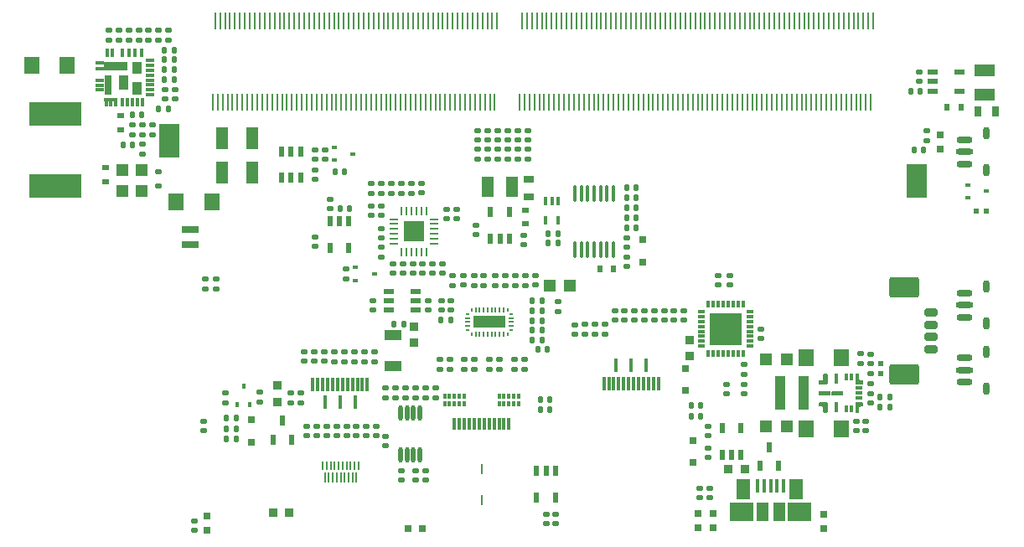
<source format=gbr>
G04 #@! TF.GenerationSoftware,KiCad,Pcbnew,7.0.1*
G04 #@! TF.CreationDate,2023-05-22T16:21:24+08:00*
G04 #@! TF.ProjectId,jetson-nano-baseboard,6a657473-6f6e-42d6-9e61-6e6f2d626173,1.6.1*
G04 #@! TF.SameCoordinates,Original*
G04 #@! TF.FileFunction,Paste,Top*
G04 #@! TF.FilePolarity,Positive*
%FSLAX46Y46*%
G04 Gerber Fmt 4.6, Leading zero omitted, Abs format (unit mm)*
G04 Created by KiCad (PCBNEW 7.0.1) date 2023-05-22 16:21:24*
%MOMM*%
%LPD*%
G01*
G04 APERTURE LIST*
G04 Aperture macros list*
%AMRoundRect*
0 Rectangle with rounded corners*
0 $1 Rounding radius*
0 $2 $3 $4 $5 $6 $7 $8 $9 X,Y pos of 4 corners*
0 Add a 4 corners polygon primitive as box body*
4,1,4,$2,$3,$4,$5,$6,$7,$8,$9,$2,$3,0*
0 Add four circle primitives for the rounded corners*
1,1,$1+$1,$2,$3*
1,1,$1+$1,$4,$5*
1,1,$1+$1,$6,$7*
1,1,$1+$1,$8,$9*
0 Add four rect primitives between the rounded corners*
20,1,$1+$1,$2,$3,$4,$5,0*
20,1,$1+$1,$4,$5,$6,$7,0*
20,1,$1+$1,$6,$7,$8,$9,0*
20,1,$1+$1,$8,$9,$2,$3,0*%
G04 Aperture macros list end*
%ADD10C,0.010000*%
%ADD11C,0.100000*%
%ADD12RoundRect,0.147500X-0.172500X0.147500X-0.172500X-0.147500X0.172500X-0.147500X0.172500X0.147500X0*%
%ADD13O,1.600000X0.750000*%
%ADD14O,1.800000X0.600000*%
%ADD15O,0.700000X1.300000*%
%ADD16R,0.960000X0.970000*%
%ADD17R,0.970000X0.960000*%
%ADD18R,1.800000X0.750000*%
%ADD19R,0.762000X0.762000*%
%ADD20RoundRect,0.147500X0.147500X0.172500X-0.147500X0.172500X-0.147500X-0.172500X0.147500X-0.172500X0*%
%ADD21RoundRect,0.147500X0.172500X-0.147500X0.172500X0.147500X-0.172500X0.147500X-0.172500X-0.147500X0*%
%ADD22R,1.700000X1.016000*%
%ADD23R,0.800000X0.800000*%
%ADD24R,0.300000X0.550000*%
%ADD25R,0.400000X0.550000*%
%ADD26R,0.550000X1.000000*%
%ADD27R,0.300000X1.450000*%
%ADD28O,0.450000X1.600000*%
%ADD29R,0.200000X0.450000*%
%ADD30R,0.200000X0.500000*%
%ADD31R,0.450000X0.200000*%
%ADD32R,0.500000X0.200000*%
%ADD33R,3.200000X1.200000*%
%ADD34O,0.350000X1.700000*%
%ADD35R,0.200000X1.000000*%
%ADD36R,0.300000X1.200000*%
%ADD37RoundRect,0.147500X-0.147500X-0.172500X0.147500X-0.172500X0.147500X0.172500X-0.147500X0.172500X0*%
%ADD38R,0.570000X0.620000*%
%ADD39R,0.400000X0.500000*%
%ADD40R,0.500000X0.400000*%
%ADD41R,1.200000X2.200000*%
%ADD42R,0.400000X0.900000*%
%ADD43R,1.200000X1.200000*%
%ADD44R,0.450000X1.380000*%
%ADD45R,2.370000X1.900000*%
%ADD46R,1.400000X2.100000*%
%ADD47R,1.175000X1.900000*%
%ADD48R,0.230000X0.850000*%
%ADD49R,0.230000X1.000000*%
%ADD50R,0.240000X0.900000*%
%ADD51R,0.900000X0.240000*%
%ADD52R,2.100000X2.100000*%
%ADD53R,1.500000X1.800000*%
%ADD54R,1.000000X3.400000*%
%ADD55R,0.620000X0.570000*%
%ADD56RoundRect,0.015000X0.335000X0.110000X-0.335000X0.110000X-0.335000X-0.110000X0.335000X-0.110000X0*%
%ADD57RoundRect,0.021000X0.329000X0.129000X-0.329000X0.129000X-0.329000X-0.129000X0.329000X-0.129000X0*%
%ADD58RoundRect,0.015000X0.110000X0.335000X-0.110000X0.335000X-0.110000X-0.335000X0.110000X-0.335000X0*%
%ADD59RoundRect,0.040000X0.160000X0.460000X-0.160000X0.460000X-0.160000X-0.460000X0.160000X-0.460000X0*%
%ADD60R,0.750000X0.300000*%
%ADD61R,0.300000X0.750000*%
%ADD62R,3.200000X3.200000*%
%ADD63RoundRect,0.200000X-0.450000X0.200000X-0.450000X-0.200000X0.450000X-0.200000X0.450000X0.200000X0*%
%ADD64RoundRect,0.250001X-1.249999X0.799999X-1.249999X-0.799999X1.249999X-0.799999X1.249999X0.799999X0*%
%ADD65R,0.762000X1.090000*%
%ADD66R,1.090000X0.762000*%
%ADD67R,0.800000X0.600000*%
%ADD68R,1.200000X2.000000*%
%ADD69R,0.600000X0.800000*%
%ADD70R,2.000000X1.200000*%
%ADD71R,1.000000X0.550000*%
%ADD72R,5.335000X2.413000*%
%ADD73R,0.350000X0.950000*%
%ADD74R,0.950000X0.350000*%
%ADD75R,1.350000X0.300000*%
%ADD76RoundRect,0.125000X-0.175000X0.125000X-0.175000X-0.125000X0.175000X-0.125000X0.175000X0.125000X0*%
%ADD77R,0.210000X1.660000*%
%ADD78R,2.000000X3.500000*%
G04 APERTURE END LIST*
D10*
X157523912Y-115079993D02*
X157529912Y-115079993D01*
X157534912Y-115080993D01*
X157539912Y-115081993D01*
X157544912Y-115083993D01*
X157549912Y-115085993D01*
X157554912Y-115087993D01*
X157558912Y-115089993D01*
X157563912Y-115091993D01*
X157567912Y-115094993D01*
X157572912Y-115097993D01*
X157576912Y-115100993D01*
X157580912Y-115104993D01*
X157584912Y-115107993D01*
X157587912Y-115111993D01*
X157591912Y-115115993D01*
X157594912Y-115119993D01*
X157597912Y-115124993D01*
X157600912Y-115128993D01*
X157602912Y-115133993D01*
X157604912Y-115137993D01*
X157606912Y-115142993D01*
X157608912Y-115147993D01*
X157610912Y-115152993D01*
X157611912Y-115157993D01*
X157612912Y-115162993D01*
X157612912Y-115168993D01*
X157613912Y-115173993D01*
X157613912Y-115178993D01*
X157613912Y-115378993D01*
X157613912Y-115383993D01*
X157612912Y-115388993D01*
X157612912Y-115394993D01*
X157611912Y-115399993D01*
X157610912Y-115404993D01*
X157608912Y-115409993D01*
X157606912Y-115414993D01*
X157604912Y-115419993D01*
X157602912Y-115423993D01*
X157600912Y-115428993D01*
X157597912Y-115432993D01*
X157594912Y-115437993D01*
X157591912Y-115441993D01*
X157587912Y-115445993D01*
X157584912Y-115449993D01*
X157580912Y-115452993D01*
X157576912Y-115456993D01*
X157572912Y-115459993D01*
X157567912Y-115462993D01*
X157563912Y-115465993D01*
X157558912Y-115467993D01*
X157554912Y-115469993D01*
X157549912Y-115471993D01*
X157544912Y-115473993D01*
X157539912Y-115475993D01*
X157534912Y-115476993D01*
X157529912Y-115477993D01*
X157523912Y-115477993D01*
X157518912Y-115478993D01*
X157513912Y-115478993D01*
X156613912Y-115478993D01*
X156608912Y-115478993D01*
X156603912Y-115477993D01*
X156597912Y-115477993D01*
X156592912Y-115476993D01*
X156587912Y-115475993D01*
X156582912Y-115473993D01*
X156577912Y-115471993D01*
X156572912Y-115469993D01*
X156568912Y-115467993D01*
X156563912Y-115465993D01*
X156559912Y-115462993D01*
X156554912Y-115459993D01*
X156550912Y-115456993D01*
X156546912Y-115452993D01*
X156542912Y-115449993D01*
X156539912Y-115445993D01*
X156535912Y-115441993D01*
X156532912Y-115437993D01*
X156529912Y-115432993D01*
X156526912Y-115428993D01*
X156524912Y-115423993D01*
X156522912Y-115419993D01*
X156520912Y-115414993D01*
X156518912Y-115409993D01*
X156516912Y-115404993D01*
X156515912Y-115399993D01*
X156514912Y-115394993D01*
X156514912Y-115388993D01*
X156513912Y-115383993D01*
X156513912Y-115378993D01*
X156513912Y-115178993D01*
X156513912Y-115173993D01*
X156514912Y-115168993D01*
X156514912Y-115162993D01*
X156515912Y-115157993D01*
X156516912Y-115152993D01*
X156518912Y-115147993D01*
X156520912Y-115142993D01*
X156522912Y-115137993D01*
X156524912Y-115133993D01*
X156526912Y-115128993D01*
X156529912Y-115124993D01*
X156532912Y-115119993D01*
X156535912Y-115115993D01*
X156539912Y-115111993D01*
X156542912Y-115107993D01*
X156546912Y-115104993D01*
X156550912Y-115100993D01*
X156554912Y-115097993D01*
X156559912Y-115094993D01*
X156563912Y-115091993D01*
X156568912Y-115089993D01*
X156572912Y-115087993D01*
X156577912Y-115085993D01*
X156582912Y-115083993D01*
X156587912Y-115081993D01*
X156592912Y-115080993D01*
X156597912Y-115079993D01*
X156603912Y-115079993D01*
X156608912Y-115078993D01*
X156613912Y-115078993D01*
X157513912Y-115078993D01*
X157518912Y-115078993D01*
X157523912Y-115079993D01*
G36*
X157523912Y-115079993D02*
G01*
X157529912Y-115079993D01*
X157534912Y-115080993D01*
X157539912Y-115081993D01*
X157544912Y-115083993D01*
X157549912Y-115085993D01*
X157554912Y-115087993D01*
X157558912Y-115089993D01*
X157563912Y-115091993D01*
X157567912Y-115094993D01*
X157572912Y-115097993D01*
X157576912Y-115100993D01*
X157580912Y-115104993D01*
X157584912Y-115107993D01*
X157587912Y-115111993D01*
X157591912Y-115115993D01*
X157594912Y-115119993D01*
X157597912Y-115124993D01*
X157600912Y-115128993D01*
X157602912Y-115133993D01*
X157604912Y-115137993D01*
X157606912Y-115142993D01*
X157608912Y-115147993D01*
X157610912Y-115152993D01*
X157611912Y-115157993D01*
X157612912Y-115162993D01*
X157612912Y-115168993D01*
X157613912Y-115173993D01*
X157613912Y-115178993D01*
X157613912Y-115378993D01*
X157613912Y-115383993D01*
X157612912Y-115388993D01*
X157612912Y-115394993D01*
X157611912Y-115399993D01*
X157610912Y-115404993D01*
X157608912Y-115409993D01*
X157606912Y-115414993D01*
X157604912Y-115419993D01*
X157602912Y-115423993D01*
X157600912Y-115428993D01*
X157597912Y-115432993D01*
X157594912Y-115437993D01*
X157591912Y-115441993D01*
X157587912Y-115445993D01*
X157584912Y-115449993D01*
X157580912Y-115452993D01*
X157576912Y-115456993D01*
X157572912Y-115459993D01*
X157567912Y-115462993D01*
X157563912Y-115465993D01*
X157558912Y-115467993D01*
X157554912Y-115469993D01*
X157549912Y-115471993D01*
X157544912Y-115473993D01*
X157539912Y-115475993D01*
X157534912Y-115476993D01*
X157529912Y-115477993D01*
X157523912Y-115477993D01*
X157518912Y-115478993D01*
X157513912Y-115478993D01*
X156613912Y-115478993D01*
X156608912Y-115478993D01*
X156603912Y-115477993D01*
X156597912Y-115477993D01*
X156592912Y-115476993D01*
X156587912Y-115475993D01*
X156582912Y-115473993D01*
X156577912Y-115471993D01*
X156572912Y-115469993D01*
X156568912Y-115467993D01*
X156563912Y-115465993D01*
X156559912Y-115462993D01*
X156554912Y-115459993D01*
X156550912Y-115456993D01*
X156546912Y-115452993D01*
X156542912Y-115449993D01*
X156539912Y-115445993D01*
X156535912Y-115441993D01*
X156532912Y-115437993D01*
X156529912Y-115432993D01*
X156526912Y-115428993D01*
X156524912Y-115423993D01*
X156522912Y-115419993D01*
X156520912Y-115414993D01*
X156518912Y-115409993D01*
X156516912Y-115404993D01*
X156515912Y-115399993D01*
X156514912Y-115394993D01*
X156514912Y-115388993D01*
X156513912Y-115383993D01*
X156513912Y-115378993D01*
X156513912Y-115178993D01*
X156513912Y-115173993D01*
X156514912Y-115168993D01*
X156514912Y-115162993D01*
X156515912Y-115157993D01*
X156516912Y-115152993D01*
X156518912Y-115147993D01*
X156520912Y-115142993D01*
X156522912Y-115137993D01*
X156524912Y-115133993D01*
X156526912Y-115128993D01*
X156529912Y-115124993D01*
X156532912Y-115119993D01*
X156535912Y-115115993D01*
X156539912Y-115111993D01*
X156542912Y-115107993D01*
X156546912Y-115104993D01*
X156550912Y-115100993D01*
X156554912Y-115097993D01*
X156559912Y-115094993D01*
X156563912Y-115091993D01*
X156568912Y-115089993D01*
X156572912Y-115087993D01*
X156577912Y-115085993D01*
X156582912Y-115083993D01*
X156587912Y-115081993D01*
X156592912Y-115080993D01*
X156597912Y-115079993D01*
X156603912Y-115079993D01*
X156608912Y-115078993D01*
X156613912Y-115078993D01*
X157513912Y-115078993D01*
X157518912Y-115078993D01*
X157523912Y-115079993D01*
G37*
X160471912Y-113329993D02*
X160473912Y-113329993D01*
X160476912Y-113330993D01*
X160478912Y-113330993D01*
X160481912Y-113331993D01*
X160483912Y-113332993D01*
X160486912Y-113333993D01*
X160488912Y-113335993D01*
X160490912Y-113336993D01*
X160492912Y-113338993D01*
X160494912Y-113339993D01*
X160496912Y-113341993D01*
X160498912Y-113343993D01*
X160500912Y-113345993D01*
X160502912Y-113347993D01*
X160503912Y-113349993D01*
X160505912Y-113351993D01*
X160506912Y-113353993D01*
X160508912Y-113355993D01*
X160509912Y-113358993D01*
X160510912Y-113360993D01*
X160511912Y-113363993D01*
X160511912Y-113365993D01*
X160512912Y-113368993D01*
X160512912Y-113370993D01*
X160513912Y-113373993D01*
X160513912Y-113375993D01*
X160513912Y-113378993D01*
X160513912Y-113828993D01*
X160513912Y-113836993D01*
X160514912Y-113844993D01*
X160515912Y-113851993D01*
X160516912Y-113859993D01*
X160518912Y-113867993D01*
X160520912Y-113874993D01*
X160523912Y-113882993D01*
X160526912Y-113889993D01*
X160529912Y-113896993D01*
X160533912Y-113903993D01*
X160537912Y-113910993D01*
X160542912Y-113916993D01*
X160546912Y-113922993D01*
X160552912Y-113928993D01*
X160557912Y-113934993D01*
X160563912Y-113939993D01*
X160569912Y-113945993D01*
X160575912Y-113949993D01*
X160581912Y-113954993D01*
X160588912Y-113958993D01*
X160595912Y-113962993D01*
X160602912Y-113965993D01*
X160609912Y-113968993D01*
X160617912Y-113971993D01*
X160624912Y-113973993D01*
X160632912Y-113975993D01*
X160640912Y-113976993D01*
X160647912Y-113977993D01*
X160655912Y-113978993D01*
X160663912Y-113978993D01*
X160863912Y-113978993D01*
X160866912Y-113978993D01*
X160868912Y-113978993D01*
X160871912Y-113979993D01*
X160873912Y-113979993D01*
X160876912Y-113980993D01*
X160878912Y-113980993D01*
X160881912Y-113981993D01*
X160883912Y-113982993D01*
X160886912Y-113983993D01*
X160888912Y-113985993D01*
X160890912Y-113986993D01*
X160892912Y-113988993D01*
X160894912Y-113989993D01*
X160896912Y-113991993D01*
X160898912Y-113993993D01*
X160900912Y-113995993D01*
X160902912Y-113997993D01*
X160903912Y-113999993D01*
X160905912Y-114001993D01*
X160906912Y-114003993D01*
X160908912Y-114005993D01*
X160909912Y-114008993D01*
X160910912Y-114010993D01*
X160911912Y-114013993D01*
X160911912Y-114015993D01*
X160912912Y-114018993D01*
X160912912Y-114020993D01*
X160913912Y-114023993D01*
X160913912Y-114025993D01*
X160913912Y-114028993D01*
X160913912Y-114228993D01*
X160913912Y-114233993D01*
X160912912Y-114238993D01*
X160912912Y-114244993D01*
X160911912Y-114249993D01*
X160910912Y-114254993D01*
X160908912Y-114259993D01*
X160906912Y-114264993D01*
X160904912Y-114269993D01*
X160902912Y-114273993D01*
X160900912Y-114278993D01*
X160897912Y-114282993D01*
X160894912Y-114287993D01*
X160891912Y-114291993D01*
X160887912Y-114295993D01*
X160884912Y-114299993D01*
X160880912Y-114302993D01*
X160876912Y-114306993D01*
X160872912Y-114309993D01*
X160867912Y-114312993D01*
X160863912Y-114315993D01*
X160858912Y-114317993D01*
X160854912Y-114319993D01*
X160849912Y-114321993D01*
X160844912Y-114323993D01*
X160839912Y-114325993D01*
X160834912Y-114326993D01*
X160829912Y-114327993D01*
X160823912Y-114327993D01*
X160818912Y-114328993D01*
X160813912Y-114328993D01*
X160313912Y-114328993D01*
X160308912Y-114328993D01*
X160303912Y-114327993D01*
X160297912Y-114327993D01*
X160292912Y-114326993D01*
X160287912Y-114325993D01*
X160282912Y-114323993D01*
X160277912Y-114321993D01*
X160272912Y-114319993D01*
X160268912Y-114317993D01*
X160263912Y-114315993D01*
X160259912Y-114312993D01*
X160254912Y-114309993D01*
X160250912Y-114306993D01*
X160246912Y-114302993D01*
X160242912Y-114299993D01*
X160239912Y-114295993D01*
X160235912Y-114291993D01*
X160232912Y-114287993D01*
X160229912Y-114282993D01*
X160226912Y-114278993D01*
X160224912Y-114273993D01*
X160222912Y-114269993D01*
X160220912Y-114264993D01*
X160218912Y-114259993D01*
X160216912Y-114254993D01*
X160215912Y-114249993D01*
X160214912Y-114244993D01*
X160214912Y-114238993D01*
X160213912Y-114233993D01*
X160213912Y-114228993D01*
X160213912Y-113428993D01*
X160213912Y-113423993D01*
X160214912Y-113418993D01*
X160214912Y-113412993D01*
X160215912Y-113407993D01*
X160216912Y-113402993D01*
X160218912Y-113397993D01*
X160220912Y-113392993D01*
X160222912Y-113387993D01*
X160224912Y-113383993D01*
X160226912Y-113378993D01*
X160229912Y-113374993D01*
X160232912Y-113369993D01*
X160235912Y-113365993D01*
X160239912Y-113361993D01*
X160242912Y-113357993D01*
X160246912Y-113354993D01*
X160250912Y-113350993D01*
X160254912Y-113347993D01*
X160259912Y-113344993D01*
X160263912Y-113341993D01*
X160268912Y-113339993D01*
X160272912Y-113337993D01*
X160277912Y-113335993D01*
X160282912Y-113333993D01*
X160287912Y-113331993D01*
X160292912Y-113330993D01*
X160297912Y-113329993D01*
X160303912Y-113329993D01*
X160308912Y-113328993D01*
X160313912Y-113328993D01*
X160463912Y-113328993D01*
X160466912Y-113328993D01*
X160468912Y-113328993D01*
X160471912Y-113329993D01*
G36*
X160471912Y-113329993D02*
G01*
X160473912Y-113329993D01*
X160476912Y-113330993D01*
X160478912Y-113330993D01*
X160481912Y-113331993D01*
X160483912Y-113332993D01*
X160486912Y-113333993D01*
X160488912Y-113335993D01*
X160490912Y-113336993D01*
X160492912Y-113338993D01*
X160494912Y-113339993D01*
X160496912Y-113341993D01*
X160498912Y-113343993D01*
X160500912Y-113345993D01*
X160502912Y-113347993D01*
X160503912Y-113349993D01*
X160505912Y-113351993D01*
X160506912Y-113353993D01*
X160508912Y-113355993D01*
X160509912Y-113358993D01*
X160510912Y-113360993D01*
X160511912Y-113363993D01*
X160511912Y-113365993D01*
X160512912Y-113368993D01*
X160512912Y-113370993D01*
X160513912Y-113373993D01*
X160513912Y-113375993D01*
X160513912Y-113378993D01*
X160513912Y-113828993D01*
X160513912Y-113836993D01*
X160514912Y-113844993D01*
X160515912Y-113851993D01*
X160516912Y-113859993D01*
X160518912Y-113867993D01*
X160520912Y-113874993D01*
X160523912Y-113882993D01*
X160526912Y-113889993D01*
X160529912Y-113896993D01*
X160533912Y-113903993D01*
X160537912Y-113910993D01*
X160542912Y-113916993D01*
X160546912Y-113922993D01*
X160552912Y-113928993D01*
X160557912Y-113934993D01*
X160563912Y-113939993D01*
X160569912Y-113945993D01*
X160575912Y-113949993D01*
X160581912Y-113954993D01*
X160588912Y-113958993D01*
X160595912Y-113962993D01*
X160602912Y-113965993D01*
X160609912Y-113968993D01*
X160617912Y-113971993D01*
X160624912Y-113973993D01*
X160632912Y-113975993D01*
X160640912Y-113976993D01*
X160647912Y-113977993D01*
X160655912Y-113978993D01*
X160663912Y-113978993D01*
X160863912Y-113978993D01*
X160866912Y-113978993D01*
X160868912Y-113978993D01*
X160871912Y-113979993D01*
X160873912Y-113979993D01*
X160876912Y-113980993D01*
X160878912Y-113980993D01*
X160881912Y-113981993D01*
X160883912Y-113982993D01*
X160886912Y-113983993D01*
X160888912Y-113985993D01*
X160890912Y-113986993D01*
X160892912Y-113988993D01*
X160894912Y-113989993D01*
X160896912Y-113991993D01*
X160898912Y-113993993D01*
X160900912Y-113995993D01*
X160902912Y-113997993D01*
X160903912Y-113999993D01*
X160905912Y-114001993D01*
X160906912Y-114003993D01*
X160908912Y-114005993D01*
X160909912Y-114008993D01*
X160910912Y-114010993D01*
X160911912Y-114013993D01*
X160911912Y-114015993D01*
X160912912Y-114018993D01*
X160912912Y-114020993D01*
X160913912Y-114023993D01*
X160913912Y-114025993D01*
X160913912Y-114028993D01*
X160913912Y-114228993D01*
X160913912Y-114233993D01*
X160912912Y-114238993D01*
X160912912Y-114244993D01*
X160911912Y-114249993D01*
X160910912Y-114254993D01*
X160908912Y-114259993D01*
X160906912Y-114264993D01*
X160904912Y-114269993D01*
X160902912Y-114273993D01*
X160900912Y-114278993D01*
X160897912Y-114282993D01*
X160894912Y-114287993D01*
X160891912Y-114291993D01*
X160887912Y-114295993D01*
X160884912Y-114299993D01*
X160880912Y-114302993D01*
X160876912Y-114306993D01*
X160872912Y-114309993D01*
X160867912Y-114312993D01*
X160863912Y-114315993D01*
X160858912Y-114317993D01*
X160854912Y-114319993D01*
X160849912Y-114321993D01*
X160844912Y-114323993D01*
X160839912Y-114325993D01*
X160834912Y-114326993D01*
X160829912Y-114327993D01*
X160823912Y-114327993D01*
X160818912Y-114328993D01*
X160813912Y-114328993D01*
X160313912Y-114328993D01*
X160308912Y-114328993D01*
X160303912Y-114327993D01*
X160297912Y-114327993D01*
X160292912Y-114326993D01*
X160287912Y-114325993D01*
X160282912Y-114323993D01*
X160277912Y-114321993D01*
X160272912Y-114319993D01*
X160268912Y-114317993D01*
X160263912Y-114315993D01*
X160259912Y-114312993D01*
X160254912Y-114309993D01*
X160250912Y-114306993D01*
X160246912Y-114302993D01*
X160242912Y-114299993D01*
X160239912Y-114295993D01*
X160235912Y-114291993D01*
X160232912Y-114287993D01*
X160229912Y-114282993D01*
X160226912Y-114278993D01*
X160224912Y-114273993D01*
X160222912Y-114269993D01*
X160220912Y-114264993D01*
X160218912Y-114259993D01*
X160216912Y-114254993D01*
X160215912Y-114249993D01*
X160214912Y-114244993D01*
X160214912Y-114238993D01*
X160213912Y-114233993D01*
X160213912Y-114228993D01*
X160213912Y-113428993D01*
X160213912Y-113423993D01*
X160214912Y-113418993D01*
X160214912Y-113412993D01*
X160215912Y-113407993D01*
X160216912Y-113402993D01*
X160218912Y-113397993D01*
X160220912Y-113392993D01*
X160222912Y-113387993D01*
X160224912Y-113383993D01*
X160226912Y-113378993D01*
X160229912Y-113374993D01*
X160232912Y-113369993D01*
X160235912Y-113365993D01*
X160239912Y-113361993D01*
X160242912Y-113357993D01*
X160246912Y-113354993D01*
X160250912Y-113350993D01*
X160254912Y-113347993D01*
X160259912Y-113344993D01*
X160263912Y-113341993D01*
X160268912Y-113339993D01*
X160272912Y-113337993D01*
X160277912Y-113335993D01*
X160282912Y-113333993D01*
X160287912Y-113331993D01*
X160292912Y-113330993D01*
X160297912Y-113329993D01*
X160303912Y-113329993D01*
X160308912Y-113328993D01*
X160313912Y-113328993D01*
X160463912Y-113328993D01*
X160466912Y-113328993D01*
X160468912Y-113328993D01*
X160471912Y-113329993D01*
G37*
X157223912Y-113329993D02*
X157229912Y-113329993D01*
X157234912Y-113330993D01*
X157239912Y-113331993D01*
X157244912Y-113333993D01*
X157249912Y-113335993D01*
X157254912Y-113337993D01*
X157258912Y-113339993D01*
X157263912Y-113341993D01*
X157267912Y-113344993D01*
X157272912Y-113347993D01*
X157276912Y-113350993D01*
X157280912Y-113354993D01*
X157284912Y-113357993D01*
X157287912Y-113361993D01*
X157291912Y-113365993D01*
X157294912Y-113369993D01*
X157297912Y-113374993D01*
X157300912Y-113378993D01*
X157302912Y-113383993D01*
X157304912Y-113387993D01*
X157306912Y-113392993D01*
X157308912Y-113397993D01*
X157310912Y-113402993D01*
X157311912Y-113407993D01*
X157312912Y-113412993D01*
X157312912Y-113418993D01*
X157313912Y-113423993D01*
X157313912Y-113428993D01*
X157313912Y-114228993D01*
X157313912Y-114233993D01*
X157312912Y-114238993D01*
X157312912Y-114244993D01*
X157311912Y-114249993D01*
X157310912Y-114254993D01*
X157308912Y-114259993D01*
X157306912Y-114264993D01*
X157304912Y-114269993D01*
X157302912Y-114273993D01*
X157300912Y-114278993D01*
X157297912Y-114282993D01*
X157294912Y-114287993D01*
X157291912Y-114291993D01*
X157287912Y-114295993D01*
X157284912Y-114299993D01*
X157280912Y-114302993D01*
X157276912Y-114306993D01*
X157272912Y-114309993D01*
X157267912Y-114312993D01*
X157263912Y-114315993D01*
X157258912Y-114317993D01*
X157254912Y-114319993D01*
X157249912Y-114321993D01*
X157244912Y-114323993D01*
X157239912Y-114325993D01*
X157234912Y-114326993D01*
X157229912Y-114327993D01*
X157223912Y-114327993D01*
X157218912Y-114328993D01*
X157213912Y-114328993D01*
X156613912Y-114328993D01*
X156608912Y-114328993D01*
X156603912Y-114327993D01*
X156597912Y-114327993D01*
X156592912Y-114326993D01*
X156587912Y-114325993D01*
X156582912Y-114323993D01*
X156577912Y-114321993D01*
X156572912Y-114319993D01*
X156568912Y-114317993D01*
X156563912Y-114315993D01*
X156559912Y-114312993D01*
X156554912Y-114309993D01*
X156550912Y-114306993D01*
X156546912Y-114302993D01*
X156542912Y-114299993D01*
X156539912Y-114295993D01*
X156535912Y-114291993D01*
X156532912Y-114287993D01*
X156529912Y-114282993D01*
X156526912Y-114278993D01*
X156524912Y-114273993D01*
X156522912Y-114269993D01*
X156520912Y-114264993D01*
X156518912Y-114259993D01*
X156516912Y-114254993D01*
X156515912Y-114249993D01*
X156514912Y-114244993D01*
X156514912Y-114238993D01*
X156513912Y-114233993D01*
X156513912Y-114228993D01*
X156513912Y-114078993D01*
X156513912Y-114073993D01*
X156514912Y-114068993D01*
X156514912Y-114062993D01*
X156515912Y-114057993D01*
X156516912Y-114052993D01*
X156518912Y-114047993D01*
X156520912Y-114042993D01*
X156522912Y-114037993D01*
X156524912Y-114033993D01*
X156526912Y-114028993D01*
X156529912Y-114024993D01*
X156532912Y-114019993D01*
X156535912Y-114015993D01*
X156539912Y-114011993D01*
X156542912Y-114007993D01*
X156546912Y-114004993D01*
X156550912Y-114000993D01*
X156554912Y-113997993D01*
X156559912Y-113994993D01*
X156563912Y-113991993D01*
X156568912Y-113989993D01*
X156572912Y-113987993D01*
X156577912Y-113985993D01*
X156582912Y-113983993D01*
X156587912Y-113981993D01*
X156592912Y-113980993D01*
X156597912Y-113979993D01*
X156603912Y-113979993D01*
X156608912Y-113978993D01*
X156613912Y-113978993D01*
X156813912Y-113978993D01*
X156821912Y-113978993D01*
X156829912Y-113977993D01*
X156836912Y-113976993D01*
X156844912Y-113975993D01*
X156852912Y-113973993D01*
X156859912Y-113971993D01*
X156867912Y-113968993D01*
X156874912Y-113965993D01*
X156881912Y-113962993D01*
X156888912Y-113958993D01*
X156895912Y-113954993D01*
X156901912Y-113949993D01*
X156907912Y-113945993D01*
X156913912Y-113939993D01*
X156919912Y-113934993D01*
X156924912Y-113928993D01*
X156930912Y-113922993D01*
X156934912Y-113916993D01*
X156939912Y-113910993D01*
X156943912Y-113903993D01*
X156947912Y-113896993D01*
X156950912Y-113889993D01*
X156953912Y-113882993D01*
X156956912Y-113874993D01*
X156958912Y-113867993D01*
X156960912Y-113859993D01*
X156961912Y-113851993D01*
X156962912Y-113844993D01*
X156963912Y-113836993D01*
X156963912Y-113828993D01*
X156963912Y-113428993D01*
X156963912Y-113423993D01*
X156964912Y-113418993D01*
X156964912Y-113412993D01*
X156965912Y-113407993D01*
X156966912Y-113402993D01*
X156968912Y-113397993D01*
X156970912Y-113392993D01*
X156972912Y-113387993D01*
X156974912Y-113383993D01*
X156976912Y-113378993D01*
X156979912Y-113374993D01*
X156982912Y-113369993D01*
X156985912Y-113365993D01*
X156989912Y-113361993D01*
X156992912Y-113357993D01*
X156996912Y-113354993D01*
X157000912Y-113350993D01*
X157004912Y-113347993D01*
X157009912Y-113344993D01*
X157013912Y-113341993D01*
X157018912Y-113339993D01*
X157022912Y-113337993D01*
X157027912Y-113335993D01*
X157032912Y-113333993D01*
X157037912Y-113331993D01*
X157042912Y-113330993D01*
X157047912Y-113329993D01*
X157053912Y-113329993D01*
X157058912Y-113328993D01*
X157063912Y-113328993D01*
X157213912Y-113328993D01*
X157218912Y-113328993D01*
X157223912Y-113329993D01*
G36*
X157223912Y-113329993D02*
G01*
X157229912Y-113329993D01*
X157234912Y-113330993D01*
X157239912Y-113331993D01*
X157244912Y-113333993D01*
X157249912Y-113335993D01*
X157254912Y-113337993D01*
X157258912Y-113339993D01*
X157263912Y-113341993D01*
X157267912Y-113344993D01*
X157272912Y-113347993D01*
X157276912Y-113350993D01*
X157280912Y-113354993D01*
X157284912Y-113357993D01*
X157287912Y-113361993D01*
X157291912Y-113365993D01*
X157294912Y-113369993D01*
X157297912Y-113374993D01*
X157300912Y-113378993D01*
X157302912Y-113383993D01*
X157304912Y-113387993D01*
X157306912Y-113392993D01*
X157308912Y-113397993D01*
X157310912Y-113402993D01*
X157311912Y-113407993D01*
X157312912Y-113412993D01*
X157312912Y-113418993D01*
X157313912Y-113423993D01*
X157313912Y-113428993D01*
X157313912Y-114228993D01*
X157313912Y-114233993D01*
X157312912Y-114238993D01*
X157312912Y-114244993D01*
X157311912Y-114249993D01*
X157310912Y-114254993D01*
X157308912Y-114259993D01*
X157306912Y-114264993D01*
X157304912Y-114269993D01*
X157302912Y-114273993D01*
X157300912Y-114278993D01*
X157297912Y-114282993D01*
X157294912Y-114287993D01*
X157291912Y-114291993D01*
X157287912Y-114295993D01*
X157284912Y-114299993D01*
X157280912Y-114302993D01*
X157276912Y-114306993D01*
X157272912Y-114309993D01*
X157267912Y-114312993D01*
X157263912Y-114315993D01*
X157258912Y-114317993D01*
X157254912Y-114319993D01*
X157249912Y-114321993D01*
X157244912Y-114323993D01*
X157239912Y-114325993D01*
X157234912Y-114326993D01*
X157229912Y-114327993D01*
X157223912Y-114327993D01*
X157218912Y-114328993D01*
X157213912Y-114328993D01*
X156613912Y-114328993D01*
X156608912Y-114328993D01*
X156603912Y-114327993D01*
X156597912Y-114327993D01*
X156592912Y-114326993D01*
X156587912Y-114325993D01*
X156582912Y-114323993D01*
X156577912Y-114321993D01*
X156572912Y-114319993D01*
X156568912Y-114317993D01*
X156563912Y-114315993D01*
X156559912Y-114312993D01*
X156554912Y-114309993D01*
X156550912Y-114306993D01*
X156546912Y-114302993D01*
X156542912Y-114299993D01*
X156539912Y-114295993D01*
X156535912Y-114291993D01*
X156532912Y-114287993D01*
X156529912Y-114282993D01*
X156526912Y-114278993D01*
X156524912Y-114273993D01*
X156522912Y-114269993D01*
X156520912Y-114264993D01*
X156518912Y-114259993D01*
X156516912Y-114254993D01*
X156515912Y-114249993D01*
X156514912Y-114244993D01*
X156514912Y-114238993D01*
X156513912Y-114233993D01*
X156513912Y-114228993D01*
X156513912Y-114078993D01*
X156513912Y-114073993D01*
X156514912Y-114068993D01*
X156514912Y-114062993D01*
X156515912Y-114057993D01*
X156516912Y-114052993D01*
X156518912Y-114047993D01*
X156520912Y-114042993D01*
X156522912Y-114037993D01*
X156524912Y-114033993D01*
X156526912Y-114028993D01*
X156529912Y-114024993D01*
X156532912Y-114019993D01*
X156535912Y-114015993D01*
X156539912Y-114011993D01*
X156542912Y-114007993D01*
X156546912Y-114004993D01*
X156550912Y-114000993D01*
X156554912Y-113997993D01*
X156559912Y-113994993D01*
X156563912Y-113991993D01*
X156568912Y-113989993D01*
X156572912Y-113987993D01*
X156577912Y-113985993D01*
X156582912Y-113983993D01*
X156587912Y-113981993D01*
X156592912Y-113980993D01*
X156597912Y-113979993D01*
X156603912Y-113979993D01*
X156608912Y-113978993D01*
X156613912Y-113978993D01*
X156813912Y-113978993D01*
X156821912Y-113978993D01*
X156829912Y-113977993D01*
X156836912Y-113976993D01*
X156844912Y-113975993D01*
X156852912Y-113973993D01*
X156859912Y-113971993D01*
X156867912Y-113968993D01*
X156874912Y-113965993D01*
X156881912Y-113962993D01*
X156888912Y-113958993D01*
X156895912Y-113954993D01*
X156901912Y-113949993D01*
X156907912Y-113945993D01*
X156913912Y-113939993D01*
X156919912Y-113934993D01*
X156924912Y-113928993D01*
X156930912Y-113922993D01*
X156934912Y-113916993D01*
X156939912Y-113910993D01*
X156943912Y-113903993D01*
X156947912Y-113896993D01*
X156950912Y-113889993D01*
X156953912Y-113882993D01*
X156956912Y-113874993D01*
X156958912Y-113867993D01*
X156960912Y-113859993D01*
X156961912Y-113851993D01*
X156962912Y-113844993D01*
X156963912Y-113836993D01*
X156963912Y-113828993D01*
X156963912Y-113428993D01*
X156963912Y-113423993D01*
X156964912Y-113418993D01*
X156964912Y-113412993D01*
X156965912Y-113407993D01*
X156966912Y-113402993D01*
X156968912Y-113397993D01*
X156970912Y-113392993D01*
X156972912Y-113387993D01*
X156974912Y-113383993D01*
X156976912Y-113378993D01*
X156979912Y-113374993D01*
X156982912Y-113369993D01*
X156985912Y-113365993D01*
X156989912Y-113361993D01*
X156992912Y-113357993D01*
X156996912Y-113354993D01*
X157000912Y-113350993D01*
X157004912Y-113347993D01*
X157009912Y-113344993D01*
X157013912Y-113341993D01*
X157018912Y-113339993D01*
X157022912Y-113337993D01*
X157027912Y-113335993D01*
X157032912Y-113333993D01*
X157037912Y-113331993D01*
X157042912Y-113330993D01*
X157047912Y-113329993D01*
X157053912Y-113329993D01*
X157058912Y-113328993D01*
X157063912Y-113328993D01*
X157213912Y-113328993D01*
X157218912Y-113328993D01*
X157223912Y-113329993D01*
G37*
X157223912Y-116229993D02*
X157229912Y-116229993D01*
X157234912Y-116230993D01*
X157239912Y-116231993D01*
X157244912Y-116233993D01*
X157249912Y-116235993D01*
X157254912Y-116237993D01*
X157258912Y-116239993D01*
X157263912Y-116241993D01*
X157267912Y-116244993D01*
X157272912Y-116247993D01*
X157276912Y-116250993D01*
X157280912Y-116254993D01*
X157284912Y-116257993D01*
X157287912Y-116261993D01*
X157291912Y-116265993D01*
X157294912Y-116269993D01*
X157297912Y-116274993D01*
X157300912Y-116278993D01*
X157302912Y-116283993D01*
X157304912Y-116287993D01*
X157306912Y-116292993D01*
X157308912Y-116297993D01*
X157310912Y-116302993D01*
X157311912Y-116307993D01*
X157312912Y-116312993D01*
X157312912Y-116318993D01*
X157313912Y-116323993D01*
X157313912Y-116328993D01*
X157313912Y-117128993D01*
X157313912Y-117133993D01*
X157312912Y-117138993D01*
X157312912Y-117144993D01*
X157311912Y-117149993D01*
X157310912Y-117154993D01*
X157308912Y-117159993D01*
X157306912Y-117164993D01*
X157304912Y-117169993D01*
X157302912Y-117173993D01*
X157300912Y-117178993D01*
X157297912Y-117182993D01*
X157294912Y-117187993D01*
X157291912Y-117191993D01*
X157287912Y-117195993D01*
X157284912Y-117199993D01*
X157280912Y-117202993D01*
X157276912Y-117206993D01*
X157272912Y-117209993D01*
X157267912Y-117212993D01*
X157263912Y-117215993D01*
X157258912Y-117217993D01*
X157254912Y-117219993D01*
X157249912Y-117221993D01*
X157244912Y-117223993D01*
X157239912Y-117225993D01*
X157234912Y-117226993D01*
X157229912Y-117227993D01*
X157223912Y-117227993D01*
X157218912Y-117228993D01*
X157213912Y-117228993D01*
X157063912Y-117228993D01*
X157058912Y-117228993D01*
X157053912Y-117227993D01*
X157047912Y-117227993D01*
X157042912Y-117226993D01*
X157037912Y-117225993D01*
X157032912Y-117223993D01*
X157027912Y-117221993D01*
X157022912Y-117219993D01*
X157018912Y-117217993D01*
X157013912Y-117215993D01*
X157009912Y-117212993D01*
X157004912Y-117209993D01*
X157000912Y-117206993D01*
X156996912Y-117202993D01*
X156992912Y-117199993D01*
X156989912Y-117195993D01*
X156985912Y-117191993D01*
X156982912Y-117187993D01*
X156979912Y-117182993D01*
X156976912Y-117178993D01*
X156974912Y-117173993D01*
X156972912Y-117169993D01*
X156970912Y-117164993D01*
X156968912Y-117159993D01*
X156966912Y-117154993D01*
X156965912Y-117149993D01*
X156964912Y-117144993D01*
X156964912Y-117138993D01*
X156963912Y-117133993D01*
X156963912Y-117128993D01*
X156963912Y-116728993D01*
X156963912Y-116720993D01*
X156962912Y-116712993D01*
X156961912Y-116705993D01*
X156960912Y-116697993D01*
X156958912Y-116689993D01*
X156956912Y-116682993D01*
X156953912Y-116674993D01*
X156950912Y-116667993D01*
X156947912Y-116660993D01*
X156943912Y-116653993D01*
X156939912Y-116646993D01*
X156934912Y-116640993D01*
X156930912Y-116634993D01*
X156924912Y-116628993D01*
X156919912Y-116622993D01*
X156913912Y-116617993D01*
X156907912Y-116611993D01*
X156901912Y-116607993D01*
X156895912Y-116602993D01*
X156888912Y-116598993D01*
X156881912Y-116594993D01*
X156874912Y-116591993D01*
X156867912Y-116588993D01*
X156859912Y-116585993D01*
X156852912Y-116583993D01*
X156844912Y-116581993D01*
X156836912Y-116580993D01*
X156829912Y-116579993D01*
X156821912Y-116578993D01*
X156813912Y-116578993D01*
X156613912Y-116578993D01*
X156608912Y-116578993D01*
X156603912Y-116577993D01*
X156597912Y-116577993D01*
X156592912Y-116576993D01*
X156587912Y-116575993D01*
X156582912Y-116573993D01*
X156577912Y-116571993D01*
X156572912Y-116569993D01*
X156568912Y-116567993D01*
X156563912Y-116565993D01*
X156559912Y-116562993D01*
X156554912Y-116559993D01*
X156550912Y-116556993D01*
X156546912Y-116552993D01*
X156542912Y-116549993D01*
X156539912Y-116545993D01*
X156535912Y-116541993D01*
X156532912Y-116537993D01*
X156529912Y-116532993D01*
X156526912Y-116528993D01*
X156524912Y-116523993D01*
X156522912Y-116519993D01*
X156520912Y-116514993D01*
X156518912Y-116509993D01*
X156516912Y-116504993D01*
X156515912Y-116499993D01*
X156514912Y-116494993D01*
X156514912Y-116488993D01*
X156513912Y-116483993D01*
X156513912Y-116478993D01*
X156513912Y-116328993D01*
X156513912Y-116323993D01*
X156514912Y-116318993D01*
X156514912Y-116312993D01*
X156515912Y-116307993D01*
X156516912Y-116302993D01*
X156518912Y-116297993D01*
X156520912Y-116292993D01*
X156522912Y-116287993D01*
X156524912Y-116283993D01*
X156526912Y-116278993D01*
X156529912Y-116274993D01*
X156532912Y-116269993D01*
X156535912Y-116265993D01*
X156539912Y-116261993D01*
X156542912Y-116257993D01*
X156546912Y-116254993D01*
X156550912Y-116250993D01*
X156554912Y-116247993D01*
X156559912Y-116244993D01*
X156563912Y-116241993D01*
X156568912Y-116239993D01*
X156572912Y-116237993D01*
X156577912Y-116235993D01*
X156582912Y-116233993D01*
X156587912Y-116231993D01*
X156592912Y-116230993D01*
X156597912Y-116229993D01*
X156603912Y-116229993D01*
X156608912Y-116228993D01*
X156613912Y-116228993D01*
X157213912Y-116228993D01*
X157218912Y-116228993D01*
X157223912Y-116229993D01*
G36*
X157223912Y-116229993D02*
G01*
X157229912Y-116229993D01*
X157234912Y-116230993D01*
X157239912Y-116231993D01*
X157244912Y-116233993D01*
X157249912Y-116235993D01*
X157254912Y-116237993D01*
X157258912Y-116239993D01*
X157263912Y-116241993D01*
X157267912Y-116244993D01*
X157272912Y-116247993D01*
X157276912Y-116250993D01*
X157280912Y-116254993D01*
X157284912Y-116257993D01*
X157287912Y-116261993D01*
X157291912Y-116265993D01*
X157294912Y-116269993D01*
X157297912Y-116274993D01*
X157300912Y-116278993D01*
X157302912Y-116283993D01*
X157304912Y-116287993D01*
X157306912Y-116292993D01*
X157308912Y-116297993D01*
X157310912Y-116302993D01*
X157311912Y-116307993D01*
X157312912Y-116312993D01*
X157312912Y-116318993D01*
X157313912Y-116323993D01*
X157313912Y-116328993D01*
X157313912Y-117128993D01*
X157313912Y-117133993D01*
X157312912Y-117138993D01*
X157312912Y-117144993D01*
X157311912Y-117149993D01*
X157310912Y-117154993D01*
X157308912Y-117159993D01*
X157306912Y-117164993D01*
X157304912Y-117169993D01*
X157302912Y-117173993D01*
X157300912Y-117178993D01*
X157297912Y-117182993D01*
X157294912Y-117187993D01*
X157291912Y-117191993D01*
X157287912Y-117195993D01*
X157284912Y-117199993D01*
X157280912Y-117202993D01*
X157276912Y-117206993D01*
X157272912Y-117209993D01*
X157267912Y-117212993D01*
X157263912Y-117215993D01*
X157258912Y-117217993D01*
X157254912Y-117219993D01*
X157249912Y-117221993D01*
X157244912Y-117223993D01*
X157239912Y-117225993D01*
X157234912Y-117226993D01*
X157229912Y-117227993D01*
X157223912Y-117227993D01*
X157218912Y-117228993D01*
X157213912Y-117228993D01*
X157063912Y-117228993D01*
X157058912Y-117228993D01*
X157053912Y-117227993D01*
X157047912Y-117227993D01*
X157042912Y-117226993D01*
X157037912Y-117225993D01*
X157032912Y-117223993D01*
X157027912Y-117221993D01*
X157022912Y-117219993D01*
X157018912Y-117217993D01*
X157013912Y-117215993D01*
X157009912Y-117212993D01*
X157004912Y-117209993D01*
X157000912Y-117206993D01*
X156996912Y-117202993D01*
X156992912Y-117199993D01*
X156989912Y-117195993D01*
X156985912Y-117191993D01*
X156982912Y-117187993D01*
X156979912Y-117182993D01*
X156976912Y-117178993D01*
X156974912Y-117173993D01*
X156972912Y-117169993D01*
X156970912Y-117164993D01*
X156968912Y-117159993D01*
X156966912Y-117154993D01*
X156965912Y-117149993D01*
X156964912Y-117144993D01*
X156964912Y-117138993D01*
X156963912Y-117133993D01*
X156963912Y-117128993D01*
X156963912Y-116728993D01*
X156963912Y-116720993D01*
X156962912Y-116712993D01*
X156961912Y-116705993D01*
X156960912Y-116697993D01*
X156958912Y-116689993D01*
X156956912Y-116682993D01*
X156953912Y-116674993D01*
X156950912Y-116667993D01*
X156947912Y-116660993D01*
X156943912Y-116653993D01*
X156939912Y-116646993D01*
X156934912Y-116640993D01*
X156930912Y-116634993D01*
X156924912Y-116628993D01*
X156919912Y-116622993D01*
X156913912Y-116617993D01*
X156907912Y-116611993D01*
X156901912Y-116607993D01*
X156895912Y-116602993D01*
X156888912Y-116598993D01*
X156881912Y-116594993D01*
X156874912Y-116591993D01*
X156867912Y-116588993D01*
X156859912Y-116585993D01*
X156852912Y-116583993D01*
X156844912Y-116581993D01*
X156836912Y-116580993D01*
X156829912Y-116579993D01*
X156821912Y-116578993D01*
X156813912Y-116578993D01*
X156613912Y-116578993D01*
X156608912Y-116578993D01*
X156603912Y-116577993D01*
X156597912Y-116577993D01*
X156592912Y-116576993D01*
X156587912Y-116575993D01*
X156582912Y-116573993D01*
X156577912Y-116571993D01*
X156572912Y-116569993D01*
X156568912Y-116567993D01*
X156563912Y-116565993D01*
X156559912Y-116562993D01*
X156554912Y-116559993D01*
X156550912Y-116556993D01*
X156546912Y-116552993D01*
X156542912Y-116549993D01*
X156539912Y-116545993D01*
X156535912Y-116541993D01*
X156532912Y-116537993D01*
X156529912Y-116532993D01*
X156526912Y-116528993D01*
X156524912Y-116523993D01*
X156522912Y-116519993D01*
X156520912Y-116514993D01*
X156518912Y-116509993D01*
X156516912Y-116504993D01*
X156515912Y-116499993D01*
X156514912Y-116494993D01*
X156514912Y-116488993D01*
X156513912Y-116483993D01*
X156513912Y-116478993D01*
X156513912Y-116328993D01*
X156513912Y-116323993D01*
X156514912Y-116318993D01*
X156514912Y-116312993D01*
X156515912Y-116307993D01*
X156516912Y-116302993D01*
X156518912Y-116297993D01*
X156520912Y-116292993D01*
X156522912Y-116287993D01*
X156524912Y-116283993D01*
X156526912Y-116278993D01*
X156529912Y-116274993D01*
X156532912Y-116269993D01*
X156535912Y-116265993D01*
X156539912Y-116261993D01*
X156542912Y-116257993D01*
X156546912Y-116254993D01*
X156550912Y-116250993D01*
X156554912Y-116247993D01*
X156559912Y-116244993D01*
X156563912Y-116241993D01*
X156568912Y-116239993D01*
X156572912Y-116237993D01*
X156577912Y-116235993D01*
X156582912Y-116233993D01*
X156587912Y-116231993D01*
X156592912Y-116230993D01*
X156597912Y-116229993D01*
X156603912Y-116229993D01*
X156608912Y-116228993D01*
X156613912Y-116228993D01*
X157213912Y-116228993D01*
X157218912Y-116228993D01*
X157223912Y-116229993D01*
G37*
X158823912Y-115079993D02*
X158829912Y-115079993D01*
X158834912Y-115080993D01*
X158839912Y-115081993D01*
X158844912Y-115083993D01*
X158849912Y-115085993D01*
X158854912Y-115087993D01*
X158858912Y-115089993D01*
X158863912Y-115091993D01*
X158867912Y-115094993D01*
X158872912Y-115097993D01*
X158876912Y-115100993D01*
X158880912Y-115104993D01*
X158884912Y-115107993D01*
X158887912Y-115111993D01*
X158891912Y-115115993D01*
X158894912Y-115119993D01*
X158897912Y-115124993D01*
X158900912Y-115128993D01*
X158902912Y-115133993D01*
X158904912Y-115137993D01*
X158906912Y-115142993D01*
X158908912Y-115147993D01*
X158910912Y-115152993D01*
X158911912Y-115157993D01*
X158912912Y-115162993D01*
X158912912Y-115168993D01*
X158913912Y-115173993D01*
X158913912Y-115178993D01*
X158913912Y-115378993D01*
X158913912Y-115383993D01*
X158912912Y-115388993D01*
X158912912Y-115394993D01*
X158911912Y-115399993D01*
X158910912Y-115404993D01*
X158908912Y-115409993D01*
X158906912Y-115414993D01*
X158904912Y-115419993D01*
X158902912Y-115423993D01*
X158900912Y-115428993D01*
X158897912Y-115432993D01*
X158894912Y-115437993D01*
X158891912Y-115441993D01*
X158887912Y-115445993D01*
X158884912Y-115449993D01*
X158880912Y-115452993D01*
X158876912Y-115456993D01*
X158872912Y-115459993D01*
X158867912Y-115462993D01*
X158863912Y-115465993D01*
X158858912Y-115467993D01*
X158854912Y-115469993D01*
X158849912Y-115471993D01*
X158844912Y-115473993D01*
X158839912Y-115475993D01*
X158834912Y-115476993D01*
X158829912Y-115477993D01*
X158823912Y-115477993D01*
X158818912Y-115478993D01*
X158813912Y-115478993D01*
X157913912Y-115478993D01*
X157908912Y-115478993D01*
X157903912Y-115477993D01*
X157897912Y-115477993D01*
X157892912Y-115476993D01*
X157887912Y-115475993D01*
X157882912Y-115473993D01*
X157877912Y-115471993D01*
X157872912Y-115469993D01*
X157868912Y-115467993D01*
X157863912Y-115465993D01*
X157859912Y-115462993D01*
X157854912Y-115459993D01*
X157850912Y-115456993D01*
X157846912Y-115452993D01*
X157842912Y-115449993D01*
X157839912Y-115445993D01*
X157835912Y-115441993D01*
X157832912Y-115437993D01*
X157829912Y-115432993D01*
X157826912Y-115428993D01*
X157824912Y-115423993D01*
X157822912Y-115419993D01*
X157820912Y-115414993D01*
X157818912Y-115409993D01*
X157816912Y-115404993D01*
X157815912Y-115399993D01*
X157814912Y-115394993D01*
X157814912Y-115388993D01*
X157813912Y-115383993D01*
X157813912Y-115378993D01*
X157813912Y-115178993D01*
X157813912Y-115173993D01*
X157814912Y-115168993D01*
X157814912Y-115162993D01*
X157815912Y-115157993D01*
X157816912Y-115152993D01*
X157818912Y-115147993D01*
X157820912Y-115142993D01*
X157822912Y-115137993D01*
X157824912Y-115133993D01*
X157826912Y-115128993D01*
X157829912Y-115124993D01*
X157832912Y-115119993D01*
X157835912Y-115115993D01*
X157839912Y-115111993D01*
X157842912Y-115107993D01*
X157846912Y-115104993D01*
X157850912Y-115100993D01*
X157854912Y-115097993D01*
X157859912Y-115094993D01*
X157863912Y-115091993D01*
X157868912Y-115089993D01*
X157872912Y-115087993D01*
X157877912Y-115085993D01*
X157882912Y-115083993D01*
X157887912Y-115081993D01*
X157892912Y-115080993D01*
X157897912Y-115079993D01*
X157903912Y-115079993D01*
X157908912Y-115078993D01*
X157913912Y-115078993D01*
X158813912Y-115078993D01*
X158818912Y-115078993D01*
X158823912Y-115079993D01*
G36*
X158823912Y-115079993D02*
G01*
X158829912Y-115079993D01*
X158834912Y-115080993D01*
X158839912Y-115081993D01*
X158844912Y-115083993D01*
X158849912Y-115085993D01*
X158854912Y-115087993D01*
X158858912Y-115089993D01*
X158863912Y-115091993D01*
X158867912Y-115094993D01*
X158872912Y-115097993D01*
X158876912Y-115100993D01*
X158880912Y-115104993D01*
X158884912Y-115107993D01*
X158887912Y-115111993D01*
X158891912Y-115115993D01*
X158894912Y-115119993D01*
X158897912Y-115124993D01*
X158900912Y-115128993D01*
X158902912Y-115133993D01*
X158904912Y-115137993D01*
X158906912Y-115142993D01*
X158908912Y-115147993D01*
X158910912Y-115152993D01*
X158911912Y-115157993D01*
X158912912Y-115162993D01*
X158912912Y-115168993D01*
X158913912Y-115173993D01*
X158913912Y-115178993D01*
X158913912Y-115378993D01*
X158913912Y-115383993D01*
X158912912Y-115388993D01*
X158912912Y-115394993D01*
X158911912Y-115399993D01*
X158910912Y-115404993D01*
X158908912Y-115409993D01*
X158906912Y-115414993D01*
X158904912Y-115419993D01*
X158902912Y-115423993D01*
X158900912Y-115428993D01*
X158897912Y-115432993D01*
X158894912Y-115437993D01*
X158891912Y-115441993D01*
X158887912Y-115445993D01*
X158884912Y-115449993D01*
X158880912Y-115452993D01*
X158876912Y-115456993D01*
X158872912Y-115459993D01*
X158867912Y-115462993D01*
X158863912Y-115465993D01*
X158858912Y-115467993D01*
X158854912Y-115469993D01*
X158849912Y-115471993D01*
X158844912Y-115473993D01*
X158839912Y-115475993D01*
X158834912Y-115476993D01*
X158829912Y-115477993D01*
X158823912Y-115477993D01*
X158818912Y-115478993D01*
X158813912Y-115478993D01*
X157913912Y-115478993D01*
X157908912Y-115478993D01*
X157903912Y-115477993D01*
X157897912Y-115477993D01*
X157892912Y-115476993D01*
X157887912Y-115475993D01*
X157882912Y-115473993D01*
X157877912Y-115471993D01*
X157872912Y-115469993D01*
X157868912Y-115467993D01*
X157863912Y-115465993D01*
X157859912Y-115462993D01*
X157854912Y-115459993D01*
X157850912Y-115456993D01*
X157846912Y-115452993D01*
X157842912Y-115449993D01*
X157839912Y-115445993D01*
X157835912Y-115441993D01*
X157832912Y-115437993D01*
X157829912Y-115432993D01*
X157826912Y-115428993D01*
X157824912Y-115423993D01*
X157822912Y-115419993D01*
X157820912Y-115414993D01*
X157818912Y-115409993D01*
X157816912Y-115404993D01*
X157815912Y-115399993D01*
X157814912Y-115394993D01*
X157814912Y-115388993D01*
X157813912Y-115383993D01*
X157813912Y-115378993D01*
X157813912Y-115178993D01*
X157813912Y-115173993D01*
X157814912Y-115168993D01*
X157814912Y-115162993D01*
X157815912Y-115157993D01*
X157816912Y-115152993D01*
X157818912Y-115147993D01*
X157820912Y-115142993D01*
X157822912Y-115137993D01*
X157824912Y-115133993D01*
X157826912Y-115128993D01*
X157829912Y-115124993D01*
X157832912Y-115119993D01*
X157835912Y-115115993D01*
X157839912Y-115111993D01*
X157842912Y-115107993D01*
X157846912Y-115104993D01*
X157850912Y-115100993D01*
X157854912Y-115097993D01*
X157859912Y-115094993D01*
X157863912Y-115091993D01*
X157868912Y-115089993D01*
X157872912Y-115087993D01*
X157877912Y-115085993D01*
X157882912Y-115083993D01*
X157887912Y-115081993D01*
X157892912Y-115080993D01*
X157897912Y-115079993D01*
X157903912Y-115079993D01*
X157908912Y-115078993D01*
X157913912Y-115078993D01*
X158813912Y-115078993D01*
X158818912Y-115078993D01*
X158823912Y-115079993D01*
G37*
X160823912Y-116229993D02*
X160829912Y-116229993D01*
X160834912Y-116230993D01*
X160839912Y-116231993D01*
X160844912Y-116233993D01*
X160849912Y-116235993D01*
X160854912Y-116237993D01*
X160858912Y-116239993D01*
X160863912Y-116241993D01*
X160867912Y-116244993D01*
X160872912Y-116247993D01*
X160876912Y-116250993D01*
X160880912Y-116254993D01*
X160884912Y-116257993D01*
X160887912Y-116261993D01*
X160891912Y-116265993D01*
X160894912Y-116269993D01*
X160897912Y-116274993D01*
X160900912Y-116278993D01*
X160902912Y-116283993D01*
X160904912Y-116287993D01*
X160906912Y-116292993D01*
X160908912Y-116297993D01*
X160910912Y-116302993D01*
X160911912Y-116307993D01*
X160912912Y-116312993D01*
X160912912Y-116318993D01*
X160913912Y-116323993D01*
X160913912Y-116328993D01*
X160913912Y-116528993D01*
X160913912Y-116531993D01*
X160913912Y-116533993D01*
X160912912Y-116536993D01*
X160912912Y-116538993D01*
X160911912Y-116541993D01*
X160911912Y-116543993D01*
X160910912Y-116546993D01*
X160909912Y-116548993D01*
X160908912Y-116551993D01*
X160906912Y-116553993D01*
X160905912Y-116555993D01*
X160903912Y-116557993D01*
X160902912Y-116559993D01*
X160900912Y-116561993D01*
X160898912Y-116563993D01*
X160896912Y-116565993D01*
X160894912Y-116567993D01*
X160892912Y-116568993D01*
X160890912Y-116570993D01*
X160888912Y-116571993D01*
X160886912Y-116573993D01*
X160883912Y-116574993D01*
X160881912Y-116575993D01*
X160878912Y-116576993D01*
X160876912Y-116576993D01*
X160873912Y-116577993D01*
X160871912Y-116577993D01*
X160868912Y-116578993D01*
X160866912Y-116578993D01*
X160863912Y-116578993D01*
X160663912Y-116578993D01*
X160655912Y-116578993D01*
X160647912Y-116579993D01*
X160640912Y-116580993D01*
X160632912Y-116581993D01*
X160624912Y-116583993D01*
X160617912Y-116585993D01*
X160609912Y-116588993D01*
X160602912Y-116591993D01*
X160595912Y-116594993D01*
X160588912Y-116598993D01*
X160581912Y-116602993D01*
X160575912Y-116607993D01*
X160569912Y-116611993D01*
X160563912Y-116617993D01*
X160557912Y-116622993D01*
X160552912Y-116628993D01*
X160546912Y-116634993D01*
X160542912Y-116640993D01*
X160537912Y-116646993D01*
X160533912Y-116653993D01*
X160529912Y-116660993D01*
X160526912Y-116667993D01*
X160523912Y-116674993D01*
X160520912Y-116682993D01*
X160518912Y-116689993D01*
X160516912Y-116697993D01*
X160515912Y-116705993D01*
X160514912Y-116712993D01*
X160513912Y-116720993D01*
X160513912Y-116728993D01*
X160513912Y-117178993D01*
X160513912Y-117181993D01*
X160513912Y-117183993D01*
X160512912Y-117186993D01*
X160512912Y-117188993D01*
X160511912Y-117191993D01*
X160511912Y-117193993D01*
X160510912Y-117196993D01*
X160509912Y-117198993D01*
X160508912Y-117201993D01*
X160506912Y-117203993D01*
X160505912Y-117205993D01*
X160503912Y-117207993D01*
X160502912Y-117209993D01*
X160500912Y-117211993D01*
X160498912Y-117213993D01*
X160496912Y-117215993D01*
X160494912Y-117217993D01*
X160492912Y-117218993D01*
X160490912Y-117220993D01*
X160488912Y-117221993D01*
X160486912Y-117223993D01*
X160483912Y-117224993D01*
X160481912Y-117225993D01*
X160478912Y-117226993D01*
X160476912Y-117226993D01*
X160473912Y-117227993D01*
X160471912Y-117227993D01*
X160468912Y-117228993D01*
X160466912Y-117228993D01*
X160463912Y-117228993D01*
X160313912Y-117228993D01*
X160308912Y-117228993D01*
X160303912Y-117227993D01*
X160297912Y-117227993D01*
X160292912Y-117226993D01*
X160287912Y-117225993D01*
X160282912Y-117223993D01*
X160277912Y-117221993D01*
X160272912Y-117219993D01*
X160268912Y-117217993D01*
X160263912Y-117215993D01*
X160259912Y-117212993D01*
X160254912Y-117209993D01*
X160250912Y-117206993D01*
X160246912Y-117202993D01*
X160242912Y-117199993D01*
X160239912Y-117195993D01*
X160235912Y-117191993D01*
X160232912Y-117187993D01*
X160229912Y-117182993D01*
X160226912Y-117178993D01*
X160224912Y-117173993D01*
X160222912Y-117169993D01*
X160220912Y-117164993D01*
X160218912Y-117159993D01*
X160216912Y-117154993D01*
X160215912Y-117149993D01*
X160214912Y-117144993D01*
X160214912Y-117138993D01*
X160213912Y-117133993D01*
X160213912Y-117128993D01*
X160213912Y-116328993D01*
X160213912Y-116323993D01*
X160214912Y-116318993D01*
X160214912Y-116312993D01*
X160215912Y-116307993D01*
X160216912Y-116302993D01*
X160218912Y-116297993D01*
X160220912Y-116292993D01*
X160222912Y-116287993D01*
X160224912Y-116283993D01*
X160226912Y-116278993D01*
X160229912Y-116274993D01*
X160232912Y-116269993D01*
X160235912Y-116265993D01*
X160239912Y-116261993D01*
X160242912Y-116257993D01*
X160246912Y-116254993D01*
X160250912Y-116250993D01*
X160254912Y-116247993D01*
X160259912Y-116244993D01*
X160263912Y-116241993D01*
X160268912Y-116239993D01*
X160272912Y-116237993D01*
X160277912Y-116235993D01*
X160282912Y-116233993D01*
X160287912Y-116231993D01*
X160292912Y-116230993D01*
X160297912Y-116229993D01*
X160303912Y-116229993D01*
X160308912Y-116228993D01*
X160313912Y-116228993D01*
X160813912Y-116228993D01*
X160818912Y-116228993D01*
X160823912Y-116229993D01*
G36*
X160823912Y-116229993D02*
G01*
X160829912Y-116229993D01*
X160834912Y-116230993D01*
X160839912Y-116231993D01*
X160844912Y-116233993D01*
X160849912Y-116235993D01*
X160854912Y-116237993D01*
X160858912Y-116239993D01*
X160863912Y-116241993D01*
X160867912Y-116244993D01*
X160872912Y-116247993D01*
X160876912Y-116250993D01*
X160880912Y-116254993D01*
X160884912Y-116257993D01*
X160887912Y-116261993D01*
X160891912Y-116265993D01*
X160894912Y-116269993D01*
X160897912Y-116274993D01*
X160900912Y-116278993D01*
X160902912Y-116283993D01*
X160904912Y-116287993D01*
X160906912Y-116292993D01*
X160908912Y-116297993D01*
X160910912Y-116302993D01*
X160911912Y-116307993D01*
X160912912Y-116312993D01*
X160912912Y-116318993D01*
X160913912Y-116323993D01*
X160913912Y-116328993D01*
X160913912Y-116528993D01*
X160913912Y-116531993D01*
X160913912Y-116533993D01*
X160912912Y-116536993D01*
X160912912Y-116538993D01*
X160911912Y-116541993D01*
X160911912Y-116543993D01*
X160910912Y-116546993D01*
X160909912Y-116548993D01*
X160908912Y-116551993D01*
X160906912Y-116553993D01*
X160905912Y-116555993D01*
X160903912Y-116557993D01*
X160902912Y-116559993D01*
X160900912Y-116561993D01*
X160898912Y-116563993D01*
X160896912Y-116565993D01*
X160894912Y-116567993D01*
X160892912Y-116568993D01*
X160890912Y-116570993D01*
X160888912Y-116571993D01*
X160886912Y-116573993D01*
X160883912Y-116574993D01*
X160881912Y-116575993D01*
X160878912Y-116576993D01*
X160876912Y-116576993D01*
X160873912Y-116577993D01*
X160871912Y-116577993D01*
X160868912Y-116578993D01*
X160866912Y-116578993D01*
X160863912Y-116578993D01*
X160663912Y-116578993D01*
X160655912Y-116578993D01*
X160647912Y-116579993D01*
X160640912Y-116580993D01*
X160632912Y-116581993D01*
X160624912Y-116583993D01*
X160617912Y-116585993D01*
X160609912Y-116588993D01*
X160602912Y-116591993D01*
X160595912Y-116594993D01*
X160588912Y-116598993D01*
X160581912Y-116602993D01*
X160575912Y-116607993D01*
X160569912Y-116611993D01*
X160563912Y-116617993D01*
X160557912Y-116622993D01*
X160552912Y-116628993D01*
X160546912Y-116634993D01*
X160542912Y-116640993D01*
X160537912Y-116646993D01*
X160533912Y-116653993D01*
X160529912Y-116660993D01*
X160526912Y-116667993D01*
X160523912Y-116674993D01*
X160520912Y-116682993D01*
X160518912Y-116689993D01*
X160516912Y-116697993D01*
X160515912Y-116705993D01*
X160514912Y-116712993D01*
X160513912Y-116720993D01*
X160513912Y-116728993D01*
X160513912Y-117178993D01*
X160513912Y-117181993D01*
X160513912Y-117183993D01*
X160512912Y-117186993D01*
X160512912Y-117188993D01*
X160511912Y-117191993D01*
X160511912Y-117193993D01*
X160510912Y-117196993D01*
X160509912Y-117198993D01*
X160508912Y-117201993D01*
X160506912Y-117203993D01*
X160505912Y-117205993D01*
X160503912Y-117207993D01*
X160502912Y-117209993D01*
X160500912Y-117211993D01*
X160498912Y-117213993D01*
X160496912Y-117215993D01*
X160494912Y-117217993D01*
X160492912Y-117218993D01*
X160490912Y-117220993D01*
X160488912Y-117221993D01*
X160486912Y-117223993D01*
X160483912Y-117224993D01*
X160481912Y-117225993D01*
X160478912Y-117226993D01*
X160476912Y-117226993D01*
X160473912Y-117227993D01*
X160471912Y-117227993D01*
X160468912Y-117228993D01*
X160466912Y-117228993D01*
X160463912Y-117228993D01*
X160313912Y-117228993D01*
X160308912Y-117228993D01*
X160303912Y-117227993D01*
X160297912Y-117227993D01*
X160292912Y-117226993D01*
X160287912Y-117225993D01*
X160282912Y-117223993D01*
X160277912Y-117221993D01*
X160272912Y-117219993D01*
X160268912Y-117217993D01*
X160263912Y-117215993D01*
X160259912Y-117212993D01*
X160254912Y-117209993D01*
X160250912Y-117206993D01*
X160246912Y-117202993D01*
X160242912Y-117199993D01*
X160239912Y-117195993D01*
X160235912Y-117191993D01*
X160232912Y-117187993D01*
X160229912Y-117182993D01*
X160226912Y-117178993D01*
X160224912Y-117173993D01*
X160222912Y-117169993D01*
X160220912Y-117164993D01*
X160218912Y-117159993D01*
X160216912Y-117154993D01*
X160215912Y-117149993D01*
X160214912Y-117144993D01*
X160214912Y-117138993D01*
X160213912Y-117133993D01*
X160213912Y-117128993D01*
X160213912Y-116328993D01*
X160213912Y-116323993D01*
X160214912Y-116318993D01*
X160214912Y-116312993D01*
X160215912Y-116307993D01*
X160216912Y-116302993D01*
X160218912Y-116297993D01*
X160220912Y-116292993D01*
X160222912Y-116287993D01*
X160224912Y-116283993D01*
X160226912Y-116278993D01*
X160229912Y-116274993D01*
X160232912Y-116269993D01*
X160235912Y-116265993D01*
X160239912Y-116261993D01*
X160242912Y-116257993D01*
X160246912Y-116254993D01*
X160250912Y-116250993D01*
X160254912Y-116247993D01*
X160259912Y-116244993D01*
X160263912Y-116241993D01*
X160268912Y-116239993D01*
X160272912Y-116237993D01*
X160277912Y-116235993D01*
X160282912Y-116233993D01*
X160287912Y-116231993D01*
X160292912Y-116230993D01*
X160297912Y-116229993D01*
X160303912Y-116229993D01*
X160308912Y-116228993D01*
X160313912Y-116228993D01*
X160813912Y-116228993D01*
X160818912Y-116228993D01*
X160823912Y-116229993D01*
G37*
D11*
X85000000Y-85050000D02*
X84350000Y-85050000D01*
X84350000Y-83150000D01*
X85000000Y-83150000D01*
X85000000Y-85050000D01*
G36*
X85000000Y-85050000D02*
G01*
X84350000Y-85050000D01*
X84350000Y-83150000D01*
X85000000Y-83150000D01*
X85000000Y-85050000D01*
G37*
X86600000Y-82600000D02*
X84300000Y-82600000D01*
X84300000Y-81800000D01*
X86600000Y-81800000D01*
X86600000Y-82600000D01*
G36*
X86600000Y-82600000D02*
G01*
X84300000Y-82600000D01*
X84300000Y-81800000D01*
X86600000Y-81800000D01*
X86600000Y-82600000D01*
G37*
X88050000Y-85000000D02*
X87150000Y-85000000D01*
X87150000Y-83850000D01*
X88050000Y-83850000D01*
X88050000Y-85000000D01*
G36*
X88050000Y-85000000D02*
G01*
X87150000Y-85000000D01*
X87150000Y-83850000D01*
X88050000Y-83850000D01*
X88050000Y-85000000D01*
G37*
X86650000Y-84500000D02*
X85800000Y-84500000D01*
X85800000Y-83150000D01*
X86650000Y-83150000D01*
X86650000Y-84500000D01*
G36*
X86650000Y-84500000D02*
G01*
X85800000Y-84500000D01*
X85800000Y-83150000D01*
X86650000Y-83150000D01*
X86650000Y-84500000D01*
G37*
X88050000Y-82950000D02*
X87150000Y-82950000D01*
X87150000Y-81800000D01*
X88050000Y-81800000D01*
X88050000Y-82950000D01*
G36*
X88050000Y-82950000D02*
G01*
X87150000Y-82950000D01*
X87150000Y-81800000D01*
X88050000Y-81800000D01*
X88050000Y-82950000D01*
G37*
D12*
X117776550Y-114776100D03*
X117776550Y-115746100D03*
D13*
X171224330Y-114201010D03*
D14*
X171224330Y-112976010D03*
D13*
X171224330Y-111751020D03*
D15*
X173474330Y-111126020D03*
X173474330Y-114826010D03*
D13*
X171224330Y-107623920D03*
D14*
X171224330Y-106398920D03*
D13*
X171224330Y-105173930D03*
D15*
X173474330Y-104548930D03*
X173474330Y-108248920D03*
D16*
X143434000Y-109939410D03*
X143434000Y-111569410D03*
X101803400Y-114536810D03*
X101803400Y-116166810D03*
D17*
X101385000Y-127400000D03*
X103015000Y-127400000D03*
D18*
X93000000Y-98750000D03*
X93000000Y-100250000D03*
D19*
X145800000Y-127473600D03*
X145800000Y-128870600D03*
D20*
X144604800Y-117663210D03*
X143634800Y-117663210D03*
X144604800Y-116520210D03*
X143634800Y-116520210D03*
D12*
X129950000Y-127515000D03*
X129950000Y-128485000D03*
X139900000Y-106960860D03*
X139900000Y-107930860D03*
X140900000Y-106960860D03*
X140900000Y-107930860D03*
X141900000Y-106960860D03*
X141900000Y-107930860D03*
X142900000Y-106960860D03*
X142900000Y-107930860D03*
X94350000Y-118115000D03*
X94350000Y-119085000D03*
D21*
X116814800Y-115735210D03*
X116814800Y-114765210D03*
X112750000Y-120612010D03*
X112750000Y-119642010D03*
D22*
X113481360Y-112600000D03*
X113481360Y-109400010D03*
D21*
X117068800Y-106885000D03*
X117068800Y-105915000D03*
D12*
X118364200Y-105951410D03*
X118364200Y-106921410D03*
X135900000Y-106960860D03*
X135900000Y-107930860D03*
X136900000Y-106960860D03*
X136900000Y-107930860D03*
X137900000Y-106960860D03*
X137900000Y-107930860D03*
X138900000Y-106960860D03*
X138900000Y-107930860D03*
X132900000Y-108349780D03*
X132900000Y-109319780D03*
X133900000Y-108354420D03*
X133900000Y-109324420D03*
D21*
X120702180Y-112865010D03*
X120702180Y-111895010D03*
X121714640Y-112865010D03*
X121714640Y-111895010D03*
X125764580Y-112865010D03*
X125764580Y-111895010D03*
X126800000Y-112865010D03*
X126800000Y-111895010D03*
D12*
X111600000Y-111136960D03*
X111600000Y-112106960D03*
X110600000Y-111136960D03*
X110600000Y-112106960D03*
X109600000Y-111136960D03*
X109600000Y-112106960D03*
X107575410Y-111136960D03*
X107575410Y-112106960D03*
X105550000Y-111115000D03*
X105550000Y-112085000D03*
X106550000Y-111115000D03*
X106550000Y-112085000D03*
D23*
X143053000Y-112779010D03*
X143053000Y-115029010D03*
X99200000Y-117975000D03*
X99200000Y-120225000D03*
D24*
X126209930Y-116335000D03*
X126209930Y-115565000D03*
X125709930Y-115565000D03*
X125709930Y-116335000D03*
D25*
X125209930Y-115565000D03*
D24*
X124709930Y-116335000D03*
X124709930Y-115565000D03*
X124209930Y-116335000D03*
X124209930Y-115565000D03*
D25*
X125209930Y-116335000D03*
D26*
X101350000Y-119984810D03*
X103249990Y-119984810D03*
X102300000Y-118084810D03*
D27*
X134801980Y-114331010D03*
X135301980Y-114331010D03*
X135801980Y-114331010D03*
X136301980Y-114331010D03*
X136801990Y-114331010D03*
X137301980Y-114331010D03*
X137801980Y-114331010D03*
X138301980Y-114331010D03*
X138801980Y-114331010D03*
X139301990Y-114331010D03*
X139801980Y-114331010D03*
X140301980Y-114331010D03*
X139051980Y-112481010D03*
X137551980Y-112481010D03*
X136051980Y-112481010D03*
D28*
X116215000Y-117265410D03*
X115565000Y-117265410D03*
X114915000Y-117265410D03*
X114265000Y-117265410D03*
X114265000Y-121515410D03*
X114915000Y-121515410D03*
X115565000Y-121515410D03*
X116215000Y-121515410D03*
D29*
X125051990Y-106876020D03*
D30*
X124651990Y-106906010D03*
X124251990Y-106906010D03*
X123851990Y-106906010D03*
X123451990Y-106906010D03*
X123051990Y-106906010D03*
X122651990Y-106906010D03*
X122251990Y-106906010D03*
X121851990Y-106906010D03*
D29*
X121451990Y-106876020D03*
D31*
X121051990Y-107306010D03*
D32*
X121051990Y-107706010D03*
X121051990Y-108106010D03*
X121051990Y-108506010D03*
D31*
X121051990Y-108906010D03*
D29*
X121451990Y-109331020D03*
D30*
X121851990Y-109306010D03*
X122251990Y-109306010D03*
X122651990Y-109306010D03*
X123051990Y-109306010D03*
X123451990Y-109306010D03*
X123851990Y-109306010D03*
X124251990Y-109306010D03*
X124651990Y-109306010D03*
D29*
X125051990Y-109331020D03*
D31*
X125451990Y-108906010D03*
D32*
X125451990Y-108506010D03*
X125451990Y-108106010D03*
X125451990Y-107706010D03*
D31*
X125451990Y-107306010D03*
D33*
X123251990Y-108106010D03*
D34*
X135757400Y-95077410D03*
X135107400Y-95077410D03*
X134457400Y-95077410D03*
X133807400Y-95077410D03*
X133157400Y-95077410D03*
X132507400Y-95077410D03*
X131857400Y-95077410D03*
X131857400Y-100777410D03*
X132507400Y-100777410D03*
X133157400Y-100777410D03*
X133807400Y-100777410D03*
X134457400Y-100777410D03*
X135107400Y-100777410D03*
X135757400Y-100777410D03*
D27*
X110902000Y-114381010D03*
X110402000Y-114381010D03*
X109902000Y-114381010D03*
X109402000Y-114381010D03*
X108901990Y-114381010D03*
X108402000Y-114381010D03*
X107902000Y-114381010D03*
X107402000Y-114381010D03*
X106902000Y-114381010D03*
X106401990Y-114381010D03*
X105902000Y-114381010D03*
X105402000Y-114381010D03*
X106652000Y-116231010D03*
X108152000Y-116231010D03*
X109652000Y-116231010D03*
D35*
X122459920Y-122975000D03*
X122459920Y-126075000D03*
D36*
X119709920Y-118395000D03*
X120209920Y-118395000D03*
X120709920Y-118395000D03*
X121209920Y-118395000D03*
X121709930Y-118395000D03*
X122209920Y-118395000D03*
X122709920Y-118395000D03*
X123209920Y-118395000D03*
X123709920Y-118395000D03*
X124209930Y-118395000D03*
X124709920Y-118395000D03*
X125209920Y-118395000D03*
D19*
X116448500Y-128950000D03*
X115051500Y-128950000D03*
X144300000Y-127473600D03*
X144300000Y-128870600D03*
X157032570Y-127574490D03*
X157032570Y-128971490D03*
D12*
X110800000Y-118615000D03*
X110800000Y-119585000D03*
X109800000Y-118621010D03*
X109800000Y-119591010D03*
X108800000Y-118621010D03*
X108800000Y-119591010D03*
X115773400Y-123102610D03*
X115773400Y-124072610D03*
X114351000Y-123102610D03*
X114351000Y-124072610D03*
X107800000Y-118621010D03*
X107800000Y-119591010D03*
X106800000Y-118621010D03*
X106800000Y-119591010D03*
X105800000Y-118621010D03*
X105800000Y-119591010D03*
X104800000Y-118621010D03*
X104800000Y-119591010D03*
X114770100Y-114765210D03*
X114770100Y-115735210D03*
X103149600Y-115298610D03*
X103149600Y-116268610D03*
D21*
X113493610Y-103183710D03*
X113493610Y-102213710D03*
X114493610Y-103183710D03*
X114493610Y-102213710D03*
X115493610Y-103183710D03*
X115493610Y-102213710D03*
X126126440Y-89700210D03*
X126126440Y-88730210D03*
X117493610Y-103183710D03*
X117493610Y-102213710D03*
X116493610Y-103183710D03*
X116493610Y-102213710D03*
X125100280Y-89700210D03*
X125100280Y-88730210D03*
X122021800Y-89700210D03*
X122021800Y-88730210D03*
X124074120Y-89700210D03*
X124074120Y-88730210D03*
X123047960Y-89700210D03*
X123047960Y-88730210D03*
X134900000Y-109319780D03*
X134900000Y-108349780D03*
D12*
X123047960Y-90660610D03*
X123047960Y-91630610D03*
X124079200Y-90660610D03*
X124079200Y-91630610D03*
X126126000Y-90660610D03*
X126126000Y-91630610D03*
X131900000Y-108368350D03*
X131900000Y-109338350D03*
D37*
X128365000Y-117000000D03*
X129335000Y-117000000D03*
X128394800Y-115936010D03*
X129364800Y-115936010D03*
D12*
X125095200Y-90660610D03*
X125095200Y-91630610D03*
X112319000Y-94140410D03*
X112319000Y-95110410D03*
D21*
X104140200Y-116268610D03*
X104140200Y-115298610D03*
X94539000Y-104737010D03*
X94539000Y-103767010D03*
D12*
X95656600Y-103767010D03*
X95656600Y-104737010D03*
D21*
X116789400Y-124072610D03*
X116789400Y-123102610D03*
D12*
X130149800Y-106053010D03*
X130149800Y-107023010D03*
D20*
X128552000Y-105953810D03*
X127582000Y-105953810D03*
D37*
X118336400Y-107884210D03*
X119306400Y-107884210D03*
D21*
X111303000Y-97320210D03*
X111303000Y-96350210D03*
X118500000Y-103185000D03*
X118500000Y-102215000D03*
D12*
X119900000Y-96715000D03*
X119900000Y-97685000D03*
D21*
X112319000Y-97320210D03*
X112319000Y-96350210D03*
D12*
X118900000Y-96715000D03*
X118900000Y-97685000D03*
D20*
X128535000Y-106950000D03*
X127565000Y-106950000D03*
D37*
X128114230Y-110900000D03*
X129084230Y-110900000D03*
D20*
X128535000Y-107950000D03*
X127565000Y-107950000D03*
D21*
X127152600Y-89700210D03*
X127152600Y-88730210D03*
D12*
X122021800Y-90660610D03*
X122021800Y-91630610D03*
X127152600Y-90660610D03*
X127152600Y-91630610D03*
D21*
X112725400Y-115735210D03*
X112725400Y-114765210D03*
X113747750Y-115735210D03*
X113747750Y-114765210D03*
D12*
X118237200Y-111895010D03*
X118237200Y-112865010D03*
X119250000Y-111895010D03*
X119250000Y-112865010D03*
X120600000Y-103415000D03*
X120600000Y-104385000D03*
X119532600Y-103421010D03*
X119532600Y-104391010D03*
X123241000Y-111895010D03*
X123241000Y-112865010D03*
D21*
X167386200Y-89751010D03*
X167386200Y-88781010D03*
X115367000Y-95110410D03*
X115367000Y-94140410D03*
D38*
X173403400Y-96860610D03*
X172443400Y-96860610D03*
D12*
X116332200Y-94089610D03*
X116332200Y-95059610D03*
X113335000Y-94140410D03*
X113335000Y-95110410D03*
X114351000Y-94140410D03*
X114351000Y-95110410D03*
D21*
X144504000Y-125881010D03*
X144504000Y-124911010D03*
D13*
X171224000Y-92113010D03*
D14*
X171224000Y-90888010D03*
D13*
X171224000Y-89663020D03*
D15*
X173474000Y-89038020D03*
X173474000Y-92738010D03*
D19*
X168757800Y-89228710D03*
X168757800Y-90625710D03*
D39*
X97750000Y-116450000D03*
X99050000Y-116450000D03*
X98400000Y-114550000D03*
D40*
X171550000Y-94250000D03*
X171550000Y-95550000D03*
X173450000Y-94900000D03*
D41*
X96205080Y-93000000D03*
X99300000Y-93000000D03*
X96205080Y-89500000D03*
X99300000Y-89500000D03*
D37*
X129165000Y-100150000D03*
X130135000Y-100150000D03*
D12*
X111303000Y-94140410D03*
X111303000Y-95110410D03*
D21*
X100000000Y-116185000D03*
X100000000Y-115215000D03*
X96545600Y-116268610D03*
X96545600Y-115298610D03*
D12*
X111800000Y-118615000D03*
X111800000Y-119585000D03*
X115750000Y-114765000D03*
X115750000Y-115735000D03*
D21*
X119354800Y-106921410D03*
X119354800Y-105951410D03*
D42*
X130215600Y-95910610D03*
X129565600Y-95910610D03*
X128915600Y-95910610D03*
X128915600Y-97810610D03*
X130215600Y-97810610D03*
D12*
X124250000Y-111895010D03*
X124250000Y-112865010D03*
D43*
X129300000Y-104450000D03*
X131400000Y-104450000D03*
D44*
X150358400Y-124643010D03*
X151008400Y-124643010D03*
X151658400Y-124643010D03*
X152308400Y-124643010D03*
X152958400Y-124643010D03*
D45*
X154568400Y-127303010D03*
D46*
X148864400Y-125003010D03*
X154198400Y-125003010D03*
D45*
X148748400Y-127303010D03*
D47*
X152495900Y-127303010D03*
X150820900Y-127303010D03*
D16*
X115646400Y-110172410D03*
X115646400Y-108542410D03*
D12*
X112319000Y-98636210D03*
X112319000Y-99606210D03*
D48*
X110008400Y-122631010D03*
D49*
X109808400Y-123856010D03*
D48*
X109608400Y-122631010D03*
D49*
X109408400Y-123856010D03*
D48*
X109208400Y-122631010D03*
D49*
X109008400Y-123856010D03*
D48*
X108808400Y-122631010D03*
D49*
X108608400Y-123856010D03*
D48*
X108408400Y-122631010D03*
D49*
X108208400Y-123856010D03*
D48*
X108008400Y-122631010D03*
D49*
X107808400Y-123856010D03*
D48*
X107608400Y-122631010D03*
D49*
X107408400Y-123856010D03*
D48*
X107208400Y-122631010D03*
D49*
X107008400Y-123856010D03*
D48*
X106808400Y-122631010D03*
D49*
X106608400Y-123856010D03*
D48*
X106408400Y-122631010D03*
D20*
X109093400Y-96606010D03*
X108123400Y-96606010D03*
D21*
X107108400Y-96641010D03*
X107108400Y-95671010D03*
D26*
X129908400Y-123156010D03*
X128958400Y-123156010D03*
X128008400Y-123156010D03*
X128008400Y-125856010D03*
X129908400Y-125856010D03*
D21*
X128958400Y-128476010D03*
X128958400Y-127506010D03*
X105658400Y-100491010D03*
X105658400Y-99521010D03*
D24*
X118709920Y-115565000D03*
X118709920Y-116335000D03*
X119209920Y-115565000D03*
X119209920Y-116335000D03*
D25*
X119709920Y-116335000D03*
D24*
X120209920Y-116335000D03*
X120209920Y-115565000D03*
X120709920Y-115565000D03*
X120709920Y-116335000D03*
D25*
X119709920Y-115565000D03*
D50*
X114358400Y-101006010D03*
X114858400Y-101006010D03*
X115358400Y-101006010D03*
X115858400Y-101006010D03*
X116358400Y-101006010D03*
X116858400Y-101006010D03*
D51*
X117658400Y-100206010D03*
X117658400Y-99706010D03*
X117658400Y-99206010D03*
X117658400Y-98706010D03*
X117658400Y-98206010D03*
X117658400Y-97706010D03*
D50*
X116858400Y-96906010D03*
X116358400Y-96906010D03*
X115858400Y-96906010D03*
X115358400Y-96906010D03*
X114858400Y-96906010D03*
X114358400Y-96906010D03*
D51*
X113558400Y-97706010D03*
X113558400Y-98206010D03*
X113558400Y-98706010D03*
X113558400Y-99206010D03*
X113558400Y-99706010D03*
X113558400Y-100206010D03*
D52*
X115608400Y-98956010D03*
D43*
X151157901Y-118678993D03*
X153257901Y-118678993D03*
D53*
X158813912Y-111678993D03*
X155213912Y-111678993D03*
X158813912Y-118878993D03*
X155213912Y-118878993D03*
D43*
X151157902Y-111920593D03*
X153257902Y-111920593D03*
D12*
X161713912Y-113335593D03*
X161713912Y-114305593D03*
X161713912Y-111335592D03*
X161713912Y-112305592D03*
D54*
X152628912Y-115278993D03*
X154998912Y-115278993D03*
D55*
X162807902Y-112340593D03*
X162807902Y-113300593D03*
D21*
X161713911Y-116305593D03*
X161713911Y-115335593D03*
D56*
X160563912Y-115803993D03*
D57*
X160563912Y-115278993D03*
D56*
X160563912Y-114753993D03*
D58*
X159838912Y-113678993D03*
X159338912Y-113678993D03*
D59*
X158263912Y-113828993D03*
X158263912Y-116728993D03*
D58*
X159338912Y-116878993D03*
X159838912Y-116878993D03*
D21*
X149000000Y-113385000D03*
X149000000Y-112415000D03*
X161250000Y-119085000D03*
X161250000Y-118115000D03*
X147497600Y-104385790D03*
X147497600Y-103415790D03*
X146354600Y-104360390D03*
X146354600Y-103390390D03*
X145300000Y-119610000D03*
X145300000Y-118640000D03*
D12*
X145300000Y-120815000D03*
X145300000Y-121785000D03*
D17*
X149022600Y-122971810D03*
X147392600Y-122971810D03*
D60*
X144625000Y-107050000D03*
X144625000Y-107550000D03*
X144625000Y-108050010D03*
X144625000Y-108550000D03*
X144625000Y-109050010D03*
X144625000Y-109550000D03*
X144625000Y-110050000D03*
X144625000Y-110550010D03*
D61*
X145350000Y-111275000D03*
X145850000Y-111275000D03*
X146350000Y-111275000D03*
X146850000Y-111275000D03*
X147350000Y-111275000D03*
X147850000Y-111275000D03*
X148350000Y-111275000D03*
X148850000Y-111275000D03*
D60*
X149575000Y-110550010D03*
X149575000Y-110050000D03*
X149575000Y-109550000D03*
X149575000Y-109050010D03*
X149575000Y-108550000D03*
X149575000Y-108050010D03*
X149575000Y-107550000D03*
X149575000Y-107050000D03*
D61*
X148850000Y-106325000D03*
X148350000Y-106325000D03*
X147850000Y-106325000D03*
X147350000Y-106325000D03*
X146850000Y-106325000D03*
X146350000Y-106325000D03*
X145850000Y-106325000D03*
X145350000Y-106325000D03*
D62*
X147100000Y-108800000D03*
D26*
X150550000Y-122640000D03*
X152449990Y-122640000D03*
X151500000Y-120740000D03*
D12*
X149000000Y-114415000D03*
X149000000Y-115385000D03*
X147200000Y-114415000D03*
X147200000Y-115385000D03*
X150700000Y-108800000D03*
X150700000Y-109770000D03*
D63*
X167850000Y-107125000D03*
X167850000Y-108375000D03*
X167850000Y-109625000D03*
X167850000Y-110875000D03*
D64*
X165100000Y-113425000D03*
X165100000Y-104575000D03*
D26*
X104150000Y-90850000D03*
X103200000Y-90850000D03*
X102250000Y-90850000D03*
X102250000Y-93550000D03*
X103200000Y-93550000D03*
X104150000Y-93550000D03*
D20*
X114585000Y-108300000D03*
X113615000Y-108300000D03*
D12*
X106600000Y-90715000D03*
X106600000Y-91685000D03*
D40*
X107550000Y-90450000D03*
X107550000Y-91750000D03*
X109450000Y-91100000D03*
D12*
X91450000Y-84615000D03*
X91450000Y-85585000D03*
D37*
X89815000Y-86575000D03*
X90785000Y-86575000D03*
D21*
X105600000Y-91685000D03*
X105600000Y-90715000D03*
D12*
X105600000Y-92715000D03*
X105600000Y-93685000D03*
D53*
X80600000Y-82200000D03*
X77000000Y-82200000D03*
D20*
X108585000Y-92900000D03*
X107615000Y-92900000D03*
D37*
X162715000Y-116720000D03*
X163685000Y-116720000D03*
D65*
X172609000Y-86800000D03*
X174391000Y-86800000D03*
D66*
X127200000Y-95491000D03*
X127200000Y-93709000D03*
D21*
X121900000Y-99285000D03*
X121900000Y-98315000D03*
D67*
X126900000Y-96800000D03*
X126900000Y-98200000D03*
D21*
X126700000Y-100285000D03*
X126700000Y-99315000D03*
D26*
X123350000Y-99650000D03*
X124300000Y-99650000D03*
X125250000Y-99650000D03*
X125250000Y-96950000D03*
X123350000Y-96950000D03*
D68*
X123050000Y-94400000D03*
X125550000Y-94400000D03*
D21*
X145524000Y-125891010D03*
X145524000Y-124921010D03*
X88800000Y-79585000D03*
X88800000Y-78615000D03*
D12*
X87800000Y-78615000D03*
X87800000Y-79585000D03*
D21*
X89800000Y-79585000D03*
X89800000Y-78615000D03*
X90800000Y-79585000D03*
X90800000Y-78615000D03*
D23*
X143770000Y-120085000D03*
X143770000Y-122335000D03*
D26*
X146750000Y-121550000D03*
X147700000Y-121550000D03*
X148650000Y-121550000D03*
X148650000Y-118850000D03*
X146750000Y-118850000D03*
D12*
X166700000Y-82815000D03*
X166700000Y-83785000D03*
D20*
X138085000Y-94550000D03*
X137115000Y-94550000D03*
D69*
X170900000Y-86400000D03*
X169500000Y-86400000D03*
X135800000Y-102700000D03*
X134400000Y-102700000D03*
D21*
X137150000Y-102485000D03*
X137150000Y-101515000D03*
D67*
X84425000Y-93900000D03*
X84425000Y-92500000D03*
D23*
X138725000Y-102025000D03*
X138725000Y-99775000D03*
D26*
X109010000Y-97910000D03*
X108060000Y-97910000D03*
X107110000Y-97910000D03*
X107110000Y-100610000D03*
X109010000Y-100610000D03*
D70*
X173300000Y-82650000D03*
X173300000Y-85150000D03*
D20*
X138085000Y-98550000D03*
X137115000Y-98550000D03*
D21*
X160700000Y-112300000D03*
X160700000Y-111330000D03*
D20*
X166785000Y-84800000D03*
X165815000Y-84800000D03*
D37*
X137115000Y-95550000D03*
X138085000Y-95550000D03*
D12*
X137150000Y-99565000D03*
X137150000Y-100535000D03*
D37*
X137115000Y-97550000D03*
X138085000Y-97550000D03*
X129165000Y-99150000D03*
X130135000Y-99150000D03*
D71*
X168050000Y-82850000D03*
X168050000Y-83800000D03*
X168050000Y-84750000D03*
X170750000Y-84750000D03*
X170750000Y-82850000D03*
D21*
X89200000Y-89160000D03*
X89200000Y-88190000D03*
D20*
X88135000Y-87200000D03*
X87165000Y-87200000D03*
D21*
X88200000Y-89160000D03*
X88200000Y-88190000D03*
D37*
X86215000Y-90200000D03*
X87185000Y-90200000D03*
D67*
X85950000Y-87275000D03*
X85950000Y-88675000D03*
D21*
X88200000Y-91110000D03*
X88200000Y-90140000D03*
X87200000Y-89160000D03*
X87200000Y-88190000D03*
D20*
X138085000Y-96550000D03*
X137115000Y-96550000D03*
D72*
X79400000Y-87080500D03*
X79400000Y-94319500D03*
D20*
X91385000Y-80600000D03*
X90415000Y-80600000D03*
D37*
X90415000Y-81600000D03*
X91385000Y-81600000D03*
X90415000Y-83600000D03*
X91385000Y-83600000D03*
D21*
X86800000Y-79585000D03*
X86800000Y-78615000D03*
D37*
X90415000Y-82600000D03*
X91385000Y-82600000D03*
D12*
X84800000Y-78615000D03*
X84800000Y-79585000D03*
D21*
X90450000Y-85585000D03*
X90450000Y-84615000D03*
X85800000Y-79585000D03*
X85800000Y-78615000D03*
D73*
X88100000Y-80875000D03*
X87450000Y-80875000D03*
X86800000Y-80875000D03*
X86150000Y-80875000D03*
X85150000Y-80875000D03*
X84650000Y-80875000D03*
D74*
X83875000Y-81880000D03*
X83875000Y-82530000D03*
X83875000Y-83660000D03*
X83875000Y-84160000D03*
X83875000Y-84660000D03*
D73*
X84500000Y-85925000D03*
X85000000Y-85925000D03*
D75*
X85000000Y-85600000D03*
D73*
X85500000Y-85925000D03*
X86150000Y-85925000D03*
X86650000Y-85925000D03*
X87150000Y-85925000D03*
X87650000Y-85925000D03*
X88150000Y-85925000D03*
D74*
X88925000Y-85150000D03*
X88925000Y-84650000D03*
X88925000Y-84150000D03*
X88925000Y-83650000D03*
X88925000Y-83150000D03*
X88925000Y-82650000D03*
X88925000Y-82150000D03*
X88925000Y-81650000D03*
D43*
X86150000Y-94875000D03*
X86150000Y-92775000D03*
X88075000Y-94875000D03*
X88075000Y-92775000D03*
D12*
X104550000Y-111115000D03*
X104550000Y-112085000D03*
X108590850Y-111136960D03*
X108590850Y-112106960D03*
D20*
X97635000Y-117850000D03*
X96665000Y-117850000D03*
D37*
X96665000Y-118881610D03*
X97635000Y-118881610D03*
X96665000Y-119897610D03*
X97635000Y-119897610D03*
D20*
X163685000Y-115720000D03*
X162715000Y-115720000D03*
D12*
X127914600Y-103411410D03*
X127914600Y-104381410D03*
X122664760Y-103425950D03*
X122664760Y-104395950D03*
D21*
X123851990Y-104391010D03*
X123851990Y-103421010D03*
X126898940Y-104391010D03*
X126898940Y-103421010D03*
D12*
X121717000Y-103436810D03*
X121717000Y-104406810D03*
D21*
X124867640Y-104391010D03*
X124867640Y-103421010D03*
D12*
X125883290Y-103421010D03*
X125883290Y-104391010D03*
D21*
X112319000Y-101526200D03*
X112319000Y-100556200D03*
D37*
X166155000Y-90730000D03*
X167125000Y-90730000D03*
D71*
X115781060Y-106888930D03*
X115781060Y-105938930D03*
X115781060Y-104988930D03*
X113081060Y-104988930D03*
X113081060Y-105938930D03*
X113081060Y-106888930D03*
D21*
X108750000Y-103735000D03*
X108750000Y-102765000D03*
D20*
X128535000Y-108950000D03*
X127565000Y-108950000D03*
D76*
X89800000Y-92949000D03*
X89800000Y-94349000D03*
D19*
X94700000Y-129148500D03*
X94700000Y-127751500D03*
D77*
X162027020Y-77706010D03*
X161777020Y-85906010D03*
X161527020Y-77706010D03*
X161277020Y-85906010D03*
X161027030Y-77706010D03*
X160777030Y-85906010D03*
X160527030Y-77706010D03*
X160277030Y-85906010D03*
X160027030Y-77706010D03*
X159777030Y-85906010D03*
X159527030Y-77706010D03*
X159277030Y-85906010D03*
X159027030Y-77706010D03*
X158777030Y-85906010D03*
X158527040Y-77706010D03*
X158277040Y-85906010D03*
X158027040Y-77706010D03*
X157777040Y-85906010D03*
X157527040Y-77706010D03*
X157277040Y-85906010D03*
X157027040Y-77706010D03*
X156777040Y-85906010D03*
X156527040Y-77706010D03*
X156277040Y-85906010D03*
X156027030Y-77706010D03*
X155777030Y-85906010D03*
X155527030Y-77706010D03*
X155277030Y-85906010D03*
X155027000Y-77706010D03*
X154777000Y-85906010D03*
X154527000Y-77706010D03*
X154277000Y-85906010D03*
X154027010Y-77706010D03*
X153777010Y-85906010D03*
X153527010Y-77706010D03*
X153277010Y-85906010D03*
X153027010Y-77706010D03*
X152777010Y-85906010D03*
X152527010Y-77706010D03*
X152277010Y-85906010D03*
X152027010Y-77706010D03*
X151777010Y-85906010D03*
X151527000Y-77706010D03*
X151277000Y-85906010D03*
X151027000Y-77706010D03*
X150777000Y-85906010D03*
X150527000Y-77706010D03*
X150277010Y-85906010D03*
X150027010Y-77706010D03*
X149777010Y-85906010D03*
X149527000Y-77706010D03*
X149277000Y-85906010D03*
X149027010Y-77706010D03*
X148777010Y-85906010D03*
X148527010Y-77706010D03*
X148277010Y-85906010D03*
X148026990Y-77706010D03*
X147777010Y-85906010D03*
X147527000Y-77706010D03*
X147277010Y-85906010D03*
X147027000Y-77706010D03*
X146777000Y-85906010D03*
X146527010Y-77706010D03*
X146277010Y-85906010D03*
X146027000Y-77706010D03*
X145777000Y-85906010D03*
X145527000Y-77706010D03*
X145277010Y-85906010D03*
X145027000Y-77706010D03*
X144777000Y-85906010D03*
X144526990Y-77706010D03*
X144277000Y-85906010D03*
X144027000Y-77706010D03*
X143777000Y-85906010D03*
X143527000Y-77706010D03*
X143277000Y-85906010D03*
X143027000Y-77706010D03*
X142777000Y-85906010D03*
X142527000Y-77706010D03*
X142277000Y-85906010D03*
X142027000Y-77706010D03*
X141777000Y-85906010D03*
X141527000Y-77706010D03*
X141277000Y-85906010D03*
X141027000Y-77706010D03*
X140777000Y-85906010D03*
X140527000Y-77706010D03*
X140277000Y-85906010D03*
X140027000Y-77706010D03*
X139777000Y-85906010D03*
X139527000Y-77706010D03*
X139277000Y-85906010D03*
X139027000Y-77706010D03*
X138777000Y-85906010D03*
X138527000Y-77706010D03*
X138277000Y-85906010D03*
X138027000Y-77706010D03*
X137777000Y-85906010D03*
X137527000Y-77706010D03*
X137277000Y-85906010D03*
X137027000Y-77706010D03*
X136777000Y-85906010D03*
X136527000Y-77706010D03*
X136277000Y-85906010D03*
X136027000Y-77706010D03*
X135777000Y-85906010D03*
X135527000Y-77706010D03*
X135277000Y-85906010D03*
X135027000Y-77706010D03*
X134777000Y-85906010D03*
X134527000Y-77706010D03*
X134277000Y-85906010D03*
X134027000Y-77706010D03*
X133777000Y-85906010D03*
X133527000Y-77706010D03*
X133277000Y-85906010D03*
X133027000Y-77706010D03*
X132777000Y-85906010D03*
X132527000Y-77706010D03*
X132277000Y-85906010D03*
X132027000Y-77706010D03*
X131777000Y-85906010D03*
X131527000Y-77706010D03*
X131277000Y-85906010D03*
X131027000Y-77706010D03*
X130777000Y-85906010D03*
X130527000Y-77706010D03*
X130277000Y-85906010D03*
X130027000Y-77706010D03*
X129777000Y-85906010D03*
X129527000Y-77706010D03*
X129277000Y-85906010D03*
X129026990Y-77706010D03*
X128777000Y-85906010D03*
X128527000Y-77706010D03*
X128277000Y-85906010D03*
X128026990Y-77706010D03*
X127776990Y-85906010D03*
X127527000Y-77706010D03*
X127277000Y-85906010D03*
X127026990Y-77706010D03*
X126776990Y-85906010D03*
X126526990Y-77706010D03*
X126277000Y-85906010D03*
X124027000Y-77706010D03*
X123777010Y-85906010D03*
X123527000Y-77706010D03*
X123277000Y-85906010D03*
X123027010Y-77706010D03*
X122777010Y-85906010D03*
X122527010Y-77706010D03*
X122277010Y-85906010D03*
X122027010Y-77706010D03*
X121777010Y-85906010D03*
X121527010Y-77706010D03*
X121277010Y-85906010D03*
X121027010Y-77706010D03*
X120777010Y-85906010D03*
X120527000Y-77706010D03*
X120277000Y-85906010D03*
X120027000Y-77706010D03*
X119777000Y-85906010D03*
X119527010Y-77706010D03*
X119277010Y-85906010D03*
X119027010Y-77706010D03*
X118777010Y-85906010D03*
X118527010Y-77706010D03*
X118277010Y-85906010D03*
X118027010Y-77706010D03*
X117777010Y-85906010D03*
X117527010Y-77706010D03*
X117277010Y-85906010D03*
X117027000Y-77706010D03*
X116777010Y-85906010D03*
X116527000Y-77706010D03*
X116277010Y-85906010D03*
X116027010Y-77706010D03*
X115777010Y-85906010D03*
X115527010Y-77706010D03*
X115277010Y-85906010D03*
X115027000Y-77706010D03*
X114777010Y-85906010D03*
X114527010Y-77706010D03*
X114277010Y-85906010D03*
X114027000Y-77706010D03*
X113777000Y-85906010D03*
X113527000Y-77706010D03*
X113277010Y-85906010D03*
X113027000Y-77706010D03*
X112777000Y-85906010D03*
X112527000Y-77706010D03*
X112277010Y-85906010D03*
X112027000Y-77706010D03*
X111777000Y-85906010D03*
X111527000Y-77706010D03*
X111277000Y-85906010D03*
X111027000Y-77706010D03*
X110777000Y-85906010D03*
X110527000Y-77706010D03*
X110277000Y-85906010D03*
X110027000Y-77706010D03*
X109777000Y-85906010D03*
X109527000Y-77706010D03*
X109277000Y-85906010D03*
X109027000Y-77706010D03*
X108777000Y-85906010D03*
X108527000Y-77706010D03*
X108277000Y-85906010D03*
X108027000Y-77706010D03*
X107777000Y-85906010D03*
X107527000Y-77706010D03*
X107277000Y-85906010D03*
X107027000Y-77706010D03*
X106777000Y-85906010D03*
X106527000Y-77706010D03*
X106277000Y-85906010D03*
X106027000Y-77706010D03*
X105777000Y-85906010D03*
X105527000Y-77706010D03*
X105277000Y-85906010D03*
X105027000Y-77706010D03*
X104777000Y-85906010D03*
X104527000Y-77706010D03*
X104277000Y-85906010D03*
X104027000Y-77706010D03*
X103777000Y-85906010D03*
X103527000Y-77706010D03*
X103277000Y-85906010D03*
X103027000Y-77706010D03*
X102777000Y-85906010D03*
X102527000Y-77706010D03*
X102277000Y-85906010D03*
X102027000Y-77706010D03*
X101777000Y-85906010D03*
X101527000Y-77706010D03*
X101277000Y-85906010D03*
X101027000Y-77706010D03*
X100777000Y-85906010D03*
X100527000Y-77706010D03*
X100277000Y-85906010D03*
X100027000Y-77706010D03*
X99777000Y-85906010D03*
X99527000Y-77706010D03*
X99277000Y-85906010D03*
X99027000Y-77706010D03*
X98777000Y-85906010D03*
X98527000Y-77706010D03*
X98277000Y-85906010D03*
X98027000Y-77706010D03*
X97777000Y-85906010D03*
X97527000Y-77706010D03*
X97277000Y-85906010D03*
X97027000Y-77706010D03*
X96777000Y-85906010D03*
X96527000Y-77706010D03*
X96277000Y-85906010D03*
X96026990Y-77706010D03*
X95777000Y-85906010D03*
X95527000Y-77706010D03*
X95277000Y-85906010D03*
D78*
X90927000Y-89806020D03*
X166427000Y-93806020D03*
D20*
X128535000Y-109900000D03*
X127565000Y-109900000D03*
D40*
X109700000Y-102600000D03*
X109700000Y-103900000D03*
X111600000Y-103250000D03*
D21*
X93400000Y-129185000D03*
X93400000Y-128215000D03*
D12*
X160300000Y-118115000D03*
X160300000Y-119085000D03*
X111497420Y-105940290D03*
X111497420Y-106910290D03*
D53*
X91600000Y-95950000D03*
X95200000Y-95950000D03*
M02*

</source>
